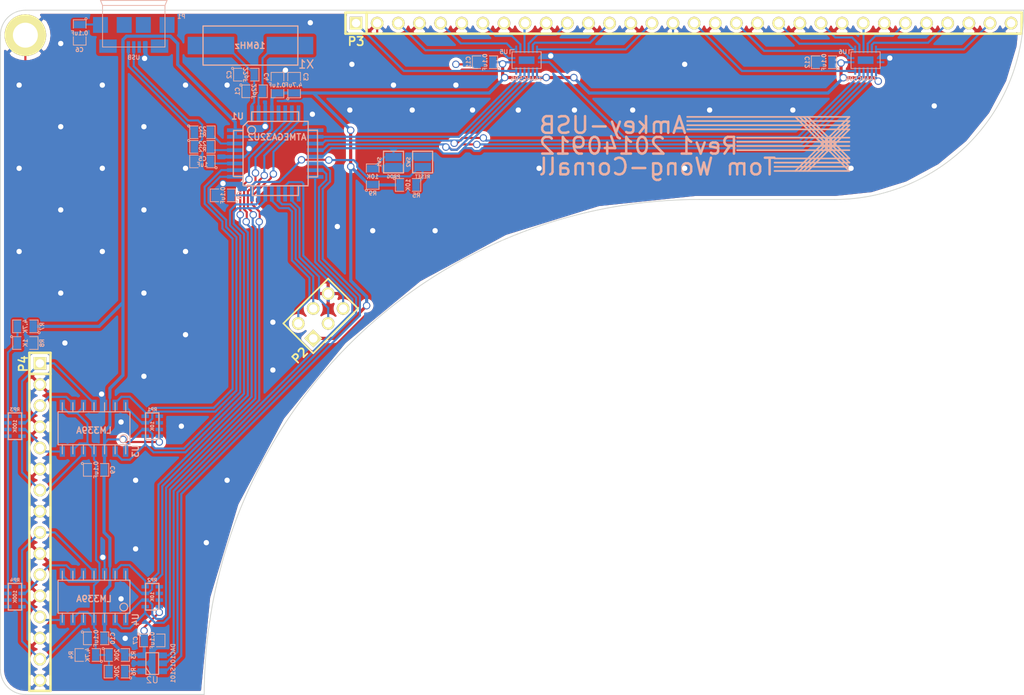
<source format=kicad_pcb>
(kicad_pcb (version 3) (host pcbnew "(2013-may-18)-stable")
  (layers (15 F.Cu signal) (0 B.Cu signal) (18 B.Paste user) (19 F.Paste user) (20 B.SilkS user) (21 F.SilkS user) (22 B.Mask user) (23 F.Mask user) (28 Edge.Cuts user))
  (net 0 "")
  (net 1 /SPI_MOSI)
  (net 2 /SPI_SCLK)
  (net 3 /SPI_SS)
  (net 4 /USB_D+)
  (net 5 /USB_D-)
  (net 6 /USB_SHIELD)
  (net 7 Col1)
  (net 8 Col10)
  (net 9 Col11)
  (net 10 Col12)
  (net 11 Col13)
  (net 12 Col14)
  (net 13 Col15)
  (net 14 Col16)
  (net 15 Col2)
  (net 16 Col3)
  (net 17 Col4)
  (net 18 Col5)
  (net 19 Col6)
  (net 20 Col7)
  (net 21 Col8)
  (net 22 Col9)
  (net 23 GND)
  (net 24 N-000001)
  (net 25 N-0000012)
  (net 26 N-0000013)
  (net 27 N-0000014)
  (net 28 N-0000018)
  (net 29 N-0000019)
  (net 30 N-000002)
  (net 31 N-0000020)
  (net 32 N-000003)
  (net 33 N-000004)
  (net 34 N-0000045)
  (net 35 N-000005)
  (net 36 N-0000058)
  (net 37 N-000009)
  (net 38 Row1)
  (net 39 Row2)
  (net 40 Row3)
  (net 41 Row4)
  (net 42 Row5)
  (net 43 Row6)
  (net 44 Row7)
  (net 45 Row8)
  (net 46 RowOP1)
  (net 47 RowOP2)
  (net 48 RowOP3)
  (net 49 RowOP4)
  (net 50 RowOP5)
  (net 51 RowOP6)
  (net 52 RowOP7)
  (net 53 RowOP8)
  (net 54 SR_DS)
  (net 55 SR_OE)
  (net 56 SR_SHCP)
  (net 57 SR_STCP)
  (net 58 VCC)
  (module TQFP32 (layer B.Cu) (at 178.305 105.745 270)
    (fp_text reference U1 (at -4.495 4.555 360) (layer B.SilkS) (effects (font (size 0.75 0.75)) (justify mirror)))
    (fp_text value ATMEGA32U2 (at -1.995 -0.195 360) (layer B.SilkS) (effects (font (size 0.75 0.75)) (justify mirror)))
    (pad 8 smd rect (at -4.81584 -2.77622 270) (size 1.99898 0.44958) (layers B.Cu B.Paste B.Mask) (net 52 RowOP7))
    (pad 7 smd rect (at -4.81584 -1.97612 270) (size 1.99898 0.44958) (layers B.Cu B.Paste B.Mask) (net 51 RowOP6))
    (pad 6 smd rect (at -4.81584 -1.17602 270) (size 1.99898 0.44958) (layers B.Cu B.Paste B.Mask) (net 50 RowOP5))
    (pad 5 smd rect (at -4.81584 -0.37592 270) (size 1.99898 0.44958) (layers B.Cu B.Paste B.Mask))
    (pad 4 smd rect (at -4.81584 0.42418 270) (size 1.99898 0.44958) (layers B.Cu B.Paste B.Mask) (net 58 VCC))
    (pad 3 smd rect (at -4.81584 1.22428 270) (size 1.99898 0.44958) (layers B.Cu B.Paste B.Mask) (net 23 GND))
    (pad 2 smd rect (at -4.81584 2.02438 270) (size 1.99898 0.44958) (layers B.Cu B.Paste B.Mask) (net 36 N-0000058))
    (pad 1 smd rect (at -4.81584 2.82448 270) (size 1.99898 0.44958) (layers B.Cu B.Paste B.Mask) (net 33 N-000004))
    (pad 24 smd rect (at 4.7498 2.8194 270) (size 1.99898 0.44958) (layers B.Cu B.Paste B.Mask) (net 37 N-000009))
    (pad 17 smd rect (at 4.7498 -2.794 270) (size 1.99898 0.44958) (layers B.Cu B.Paste B.Mask))
    (pad 18 smd rect (at 4.7498 -1.9812 270) (size 1.99898 0.44958) (layers B.Cu B.Paste B.Mask) (net 27 N-0000014))
    (pad 19 smd rect (at 4.7498 -1.1684 270) (size 1.99898 0.44958) (layers B.Cu B.Paste B.Mask) (net 26 N-0000013))
    (pad 20 smd rect (at 4.7498 -0.381 270) (size 1.99898 0.44958) (layers B.Cu B.Paste B.Mask) (net 25 N-0000012))
    (pad 21 smd rect (at 4.7498 0.4318 270) (size 1.99898 0.44958) (layers B.Cu B.Paste B.Mask) (net 28 N-0000018))
    (pad 22 smd rect (at 4.7498 1.2192 270) (size 1.99898 0.44958) (layers B.Cu B.Paste B.Mask) (net 49 RowOP4))
    (pad 23 smd rect (at 4.7498 2.032 270) (size 1.99898 0.44958) (layers B.Cu B.Paste B.Mask) (net 48 RowOP3))
    (pad 32 smd rect (at -2.82448 4.826 270) (size 0.44958 1.99898) (layers B.Cu B.Paste B.Mask) (net 58 VCC))
    (pad 31 smd rect (at -2.02692 4.826 270) (size 0.44958 1.99898) (layers B.Cu B.Paste B.Mask) (net 58 VCC))
    (pad 30 smd rect (at -1.22428 4.826 270) (size 0.44958 1.99898) (layers B.Cu B.Paste B.Mask) (net 30 N-000002))
    (pad 29 smd rect (at -0.42672 4.826 270) (size 0.44958 1.99898) (layers B.Cu B.Paste B.Mask) (net 24 N-000001))
    (pad 28 smd rect (at 0.37592 4.826 270) (size 0.44958 1.99898) (layers B.Cu B.Paste B.Mask) (net 23 GND))
    (pad 27 smd rect (at 1.17348 4.826 270) (size 0.44958 1.99898) (layers B.Cu B.Paste B.Mask) (net 32 N-000003))
    (pad 26 smd rect (at 1.97612 4.826 270) (size 0.44958 1.99898) (layers B.Cu B.Paste B.Mask) (net 46 RowOP1))
    (pad 25 smd rect (at 2.77368 4.826 270) (size 0.44958 1.99898) (layers B.Cu B.Paste B.Mask) (net 47 RowOP2))
    (pad 9 smd rect (at -2.8194 -4.7752 270) (size 0.44958 1.99898) (layers B.Cu B.Paste B.Mask) (net 53 RowOP8))
    (pad 10 smd rect (at -2.032 -4.7752 270) (size 0.44958 1.99898) (layers B.Cu B.Paste B.Mask) (net 54 SR_DS))
    (pad 11 smd rect (at -1.2192 -4.7752 270) (size 0.44958 1.99898) (layers B.Cu B.Paste B.Mask) (net 55 SR_OE))
    (pad 12 smd rect (at -0.4318 -4.7752 270) (size 0.44958 1.99898) (layers B.Cu B.Paste B.Mask) (net 57 SR_STCP))
    (pad 13 smd rect (at 0.3556 -4.7752 270) (size 0.44958 1.99898) (layers B.Cu B.Paste B.Mask) (net 56 SR_SHCP))
    (pad 14 smd rect (at 1.1684 -4.7752 270) (size 0.44958 1.99898) (layers B.Cu B.Paste B.Mask) (net 3 /SPI_SS))
    (pad 15 smd rect (at 1.9812 -4.7752 270) (size 0.44958 1.99898) (layers B.Cu B.Paste B.Mask) (net 2 /SPI_SCLK))
    (pad 16 smd rect (at 2.794 -4.7752 270) (size 0.44958 1.99898) (layers B.Cu B.Paste B.Mask) (net 1 /SPI_MOSI))
  )
  (module SOT23_6 (layer B.Cu) (at 163.5 167 90)
    (fp_text reference U2 (at -2 0 180) (layer B.SilkS) (effects (font (size 0.762 0.762) (thickness 0.1)) (justify mirror)))
    (fp_text value DAC101S101 (at 0 2.5 90) (layer B.SilkS) (effects (font (size 0.5 0.5) (thickness 0.1)) (justify mirror)))
    (pad 6 smd rect (at -0.9525 1.27 90) (size 0.70104 1.00076) (layers B.Cu B.Paste B.Mask) (net 3 /SPI_SS))
    (pad 5 smd rect (at 0 1.27 90) (size 0.70104 1.00076) (layers B.Cu B.Paste B.Mask) (net 2 /SPI_SCLK))
    (pad 4 smd rect (at 0.9525 1.27 90) (size 0.70104 1.00076) (layers B.Cu B.Paste B.Mask) (net 1 /SPI_MOSI))
    (pad 3 smd rect (at 0.9525 -1.27 90) (size 0.70104 1.00076) (layers B.Cu B.Paste B.Mask) (net 58 VCC))
    (pad 2 smd rect (at 0 -1.27 90) (size 0.70104 1.00076) (layers B.Cu B.Paste B.Mask) (net 23 GND))
    (pad 1 smd rect (at -0.9525 -1.27 90) (size 0.70104 1.00076) (layers B.Cu B.Paste B.Mask) (net 31 N-0000020))
  )
  (module so-14 (layer B.Cu) (at 156.5 138.75 180)
    (fp_text reference U3 (at -5 -2.75 270) (layer B.SilkS) (effects (font (size 0.7493 0.7493) (thickness 0.14986)) (justify mirror)))
    (fp_text value LM339A (at 0 -0.25 180) (layer B.SilkS) (effects (font (size 0.7493 0.7493) (thickness 0.14986)) (justify mirror)))
    (pad 1 smd rect (at -3.81 -2.794 180) (size 0.635 1.27) (layers B.Cu B.Paste B.Mask) (net 48 RowOP3))
    (pad 2 smd rect (at -2.54 -2.794 180) (size 0.635 1.27) (layers B.Cu B.Paste B.Mask) (net 49 RowOP4))
    (pad 3 smd rect (at -1.27 -2.794 180) (size 0.635 1.27) (layers B.Cu B.Paste B.Mask) (net 58 VCC))
    (pad 4 smd rect (at 0 -2.794 180) (size 0.635 1.27) (layers B.Cu B.Paste B.Mask) (net 35 N-000005))
    (pad 5 smd rect (at 1.27 -2.794 180) (size 0.635 1.27) (layers B.Cu B.Paste B.Mask) (net 41 Row4))
    (pad 6 smd rect (at 2.54 -2.794 180) (size 0.635 1.27) (layers B.Cu B.Paste B.Mask) (net 35 N-000005))
    (pad 7 smd rect (at 3.81 -2.794 180) (size 0.635 1.27) (layers B.Cu B.Paste B.Mask) (net 40 Row3))
    (pad 8 smd rect (at 3.81 2.794 180) (size 0.635 1.27) (layers B.Cu B.Paste B.Mask) (net 35 N-000005))
    (pad 9 smd rect (at 2.54 2.794 180) (size 0.635 1.27) (layers B.Cu B.Paste B.Mask) (net 39 Row2))
    (pad 10 smd rect (at 1.27 2.794 180) (size 0.635 1.27) (layers B.Cu B.Paste B.Mask) (net 35 N-000005))
    (pad 11 smd rect (at 0 2.794 180) (size 0.635 1.27) (layers B.Cu B.Paste B.Mask) (net 38 Row1))
    (pad 12 smd rect (at -1.27 2.794 180) (size 0.635 1.27) (layers B.Cu B.Paste B.Mask) (net 23 GND))
    (pad 13 smd rect (at -2.54 2.794 180) (size 0.635 1.27) (layers B.Cu B.Paste B.Mask) (net 46 RowOP1))
    (pad 14 smd rect (at -3.81 2.794 180) (size 0.635 1.27) (layers B.Cu B.Paste B.Mask) (net 47 RowOP2))
  )
  (module so-14 (layer B.Cu) (at 156.5 159 180)
    (fp_text reference U4 (at -5 -2.75 270) (layer B.SilkS) (effects (font (size 0.7493 0.7493) (thickness 0.14986)) (justify mirror)))
    (fp_text value LM339A (at 0 -0.25 180) (layer B.SilkS) (effects (font (size 0.7493 0.7493) (thickness 0.14986)) (justify mirror)))
    (pad 1 smd rect (at -3.81 -2.794 180) (size 0.635 1.27) (layers B.Cu B.Paste B.Mask) (net 52 RowOP7))
    (pad 2 smd rect (at -2.54 -2.794 180) (size 0.635 1.27) (layers B.Cu B.Paste B.Mask) (net 53 RowOP8))
    (pad 3 smd rect (at -1.27 -2.794 180) (size 0.635 1.27) (layers B.Cu B.Paste B.Mask) (net 58 VCC))
    (pad 4 smd rect (at 0 -2.794 180) (size 0.635 1.27) (layers B.Cu B.Paste B.Mask) (net 35 N-000005))
    (pad 5 smd rect (at 1.27 -2.794 180) (size 0.635 1.27) (layers B.Cu B.Paste B.Mask) (net 45 Row8))
    (pad 6 smd rect (at 2.54 -2.794 180) (size 0.635 1.27) (layers B.Cu B.Paste B.Mask) (net 35 N-000005))
    (pad 7 smd rect (at 3.81 -2.794 180) (size 0.635 1.27) (layers B.Cu B.Paste B.Mask) (net 44 Row7))
    (pad 8 smd rect (at 3.81 2.794 180) (size 0.635 1.27) (layers B.Cu B.Paste B.Mask) (net 35 N-000005))
    (pad 9 smd rect (at 2.54 2.794 180) (size 0.635 1.27) (layers B.Cu B.Paste B.Mask) (net 43 Row6))
    (pad 10 smd rect (at 1.27 2.794 180) (size 0.635 1.27) (layers B.Cu B.Paste B.Mask) (net 35 N-000005))
    (pad 11 smd rect (at 0 2.794 180) (size 0.635 1.27) (layers B.Cu B.Paste B.Mask) (net 42 Row5))
    (pad 12 smd rect (at -1.27 2.794 180) (size 0.635 1.27) (layers B.Cu B.Paste B.Mask) (net 23 GND))
    (pad 13 smd rect (at -2.54 2.794 180) (size 0.635 1.27) (layers B.Cu B.Paste B.Mask) (net 50 RowOP5))
    (pad 14 smd rect (at -3.81 2.794 180) (size 0.635 1.27) (layers B.Cu B.Paste B.Mask) (net 51 RowOP6))
  )
  (module SM0805 (layer B.Cu) (at 244.25 94.75 180)
    (fp_text reference C12 (at 2 0 270) (layer B.SilkS) (effects (font (size 0.50038 0.50038) (thickness 0.10922)) (justify mirror)))
    (fp_text value 0.1uF (at 0 0 270) (layer B.SilkS) (effects (font (size 0.50038 0.50038) (thickness 0.10922)) (justify mirror)))
    (pad 1 smd rect (at -0.9525 0 180) (size 0.889 1.397) (layers B.Cu B.Paste B.Mask) (net 58 VCC))
    (pad 2 smd rect (at 0.9525 0 180) (size 0.889 1.397) (layers B.Cu B.Paste B.Mask) (net 23 GND))
  )
  (module SM0805 (layer B.Cu) (at 159.25 168 180)
    (fp_text reference R6 (at -2 0 270) (layer B.SilkS) (effects (font (size 0.50038 0.50038) (thickness 0.10922)) (justify mirror)))
    (fp_text value 20K (at 0 0 270) (layer B.SilkS) (effects (font (size 0.50038 0.50038) (thickness 0.10922)) (justify mirror)))
    (pad 1 smd rect (at -0.9525 0 180) (size 0.889 1.397) (layers B.Cu B.Paste B.Mask) (net 31 N-0000020))
    (pad 2 smd rect (at 0.9525 0 180) (size 0.889 1.397) (layers B.Cu B.Paste B.Mask) (net 35 N-000005))
  )
  (module SM0805 (layer B.Cu) (at 159.25 166)
    (fp_text reference R3 (at 2 0 90) (layer B.SilkS) (effects (font (size 0.50038 0.50038) (thickness 0.10922)) (justify mirror)))
    (fp_text value 20K (at 0 0 90) (layer B.SilkS) (effects (font (size 0.50038 0.50038) (thickness 0.10922)) (justify mirror)))
    (pad 1 smd rect (at -0.9525 0) (size 0.889 1.397) (layers B.Cu B.Paste B.Mask) (net 35 N-000005))
    (pad 2 smd rect (at 0.9525 0) (size 0.889 1.397) (layers B.Cu B.Paste B.Mask) (net 58 VCC))
  )
  (module SM0805 (layer B.Cu) (at 155.75 166 180)
    (fp_text reference R4 (at 2 0 270) (layer B.SilkS) (effects (font (size 0.50038 0.50038) (thickness 0.10922)) (justify mirror)))
    (fp_text value 4.7K (at 0 0 270) (layer B.SilkS) (effects (font (size 0.50038 0.50038) (thickness 0.10922)) (justify mirror)))
    (pad 1 smd rect (at -0.9525 0 180) (size 0.889 1.397) (layers B.Cu B.Paste B.Mask) (net 35 N-000005))
    (pad 2 smd rect (at 0.9525 0 180) (size 0.889 1.397) (layers B.Cu B.Paste B.Mask) (net 23 GND))
  )
  (module SM0805 (layer B.Cu) (at 190 108.5 90)
    (fp_text reference R9 (at -2 0 180) (layer B.SilkS) (effects (font (size 0.50038 0.50038) (thickness 0.10922)) (justify mirror)))
    (fp_text value 10K (at 0 0 180) (layer B.SilkS) (effects (font (size 0.50038 0.50038) (thickness 0.10922)) (justify mirror)))
    (pad 1 smd rect (at -0.9525 0 90) (size 0.889 1.397) (layers B.Cu B.Paste B.Mask) (net 58 VCC))
    (pad 2 smd rect (at 0.9525 0 90) (size 0.889 1.397) (layers B.Cu B.Paste B.Mask) (net 56 SR_SHCP))
  )
  (module SM0805 (layer B.Cu) (at 203.5 94.75 180)
    (fp_text reference C11 (at 2 0 270) (layer B.SilkS) (effects (font (size 0.50038 0.50038) (thickness 0.10922)) (justify mirror)))
    (fp_text value 0.1uF (at 0 0 270) (layer B.SilkS) (effects (font (size 0.50038 0.50038) (thickness 0.10922)) (justify mirror)))
    (pad 1 smd rect (at -0.9525 0 180) (size 0.889 1.397) (layers B.Cu B.Paste B.Mask) (net 58 VCC))
    (pad 2 smd rect (at 0.9525 0 180) (size 0.889 1.397) (layers B.Cu B.Paste B.Mask) (net 23 GND))
  )
  (module SM0805 (layer B.Cu) (at 163.5 164.25)
    (fp_text reference C7 (at -2 0 90) (layer B.SilkS) (effects (font (size 0.50038 0.50038) (thickness 0.10922)) (justify mirror)))
    (fp_text value 0.1uF (at 0 0 90) (layer B.SilkS) (effects (font (size 0.50038 0.50038) (thickness 0.10922)) (justify mirror)))
    (pad 1 smd rect (at -0.9525 0) (size 0.889 1.397) (layers B.Cu B.Paste B.Mask) (net 58 VCC))
    (pad 2 smd rect (at 0.9525 0) (size 0.889 1.397) (layers B.Cu B.Paste B.Mask) (net 23 GND))
  )
  (module SM0805 (layer B.Cu) (at 156.75 164)
    (fp_text reference C10 (at 2 0 90) (layer B.SilkS) (effects (font (size 0.50038 0.50038) (thickness 0.10922)) (justify mirror)))
    (fp_text value 0.1uF (at 0 0 90) (layer B.SilkS) (effects (font (size 0.50038 0.50038) (thickness 0.10922)) (justify mirror)))
    (pad 1 smd rect (at -0.9525 0) (size 0.889 1.397) (layers B.Cu B.Paste B.Mask) (net 23 GND))
    (pad 2 smd rect (at 0.9525 0) (size 0.889 1.397) (layers B.Cu B.Paste B.Mask) (net 58 VCC))
  )
  (module SM0805 (layer B.Cu) (at 156.75 143.75)
    (fp_text reference C9 (at 2 0 90) (layer B.SilkS) (effects (font (size 0.50038 0.50038) (thickness 0.10922)) (justify mirror)))
    (fp_text value 0.1uF (at 0 0 90) (layer B.SilkS) (effects (font (size 0.50038 0.50038) (thickness 0.10922)) (justify mirror)))
    (pad 1 smd rect (at -0.9525 0) (size 0.889 1.397) (layers B.Cu B.Paste B.Mask) (net 23 GND))
    (pad 2 smd rect (at 0.9525 0) (size 0.889 1.397) (layers B.Cu B.Paste B.Mask) (net 58 VCC))
  )
  (module SM0805 (layer B.Cu) (at 174.805 96.245)
    (fp_text reference C2 (at -2.055 0.005 90) (layer B.SilkS) (effects (font (size 0.50038 0.50038) (thickness 0.10922)) (justify mirror)))
    (fp_text value 22pF (at -0.055 0.005 90) (layer B.SilkS) (effects (font (size 0.50038 0.50038) (thickness 0.10922)) (justify mirror)))
    (pad 1 smd rect (at -0.9525 0) (size 0.889 1.397) (layers B.Cu B.Paste B.Mask) (net 23 GND))
    (pad 2 smd rect (at 0.9525 0) (size 0.889 1.397) (layers B.Cu B.Paste B.Mask) (net 33 N-000004))
  )
  (module SM0805 (layer B.Cu) (at 175.805 98.245)
    (fp_text reference C1 (at -2.055 0.005 90) (layer B.SilkS) (effects (font (size 0.50038 0.50038) (thickness 0.10922)) (justify mirror)))
    (fp_text value 22pF (at -0.055 0.005 90) (layer B.SilkS) (effects (font (size 0.50038 0.50038) (thickness 0.10922)) (justify mirror)))
    (pad 1 smd rect (at -0.9525 0) (size 0.889 1.397) (layers B.Cu B.Paste B.Mask) (net 23 GND))
    (pad 2 smd rect (at 0.9525 0) (size 0.889 1.397) (layers B.Cu B.Paste B.Mask) (net 36 N-0000058))
  )
  (module SM0805 (layer B.Cu) (at 148.25 128.5)
    (fp_text reference R8 (at 2 0 90) (layer B.SilkS) (effects (font (size 0.50038 0.50038) (thickness 0.10922)) (justify mirror)))
    (fp_text value 1K (at 0 0 90) (layer B.SilkS) (effects (font (size 0.50038 0.50038) (thickness 0.10922)) (justify mirror)))
    (pad 1 smd rect (at -0.9525 0) (size 0.889 1.397) (layers B.Cu B.Paste B.Mask) (net 34 N-0000045))
    (pad 2 smd rect (at 0.9525 0) (size 0.889 1.397) (layers B.Cu B.Paste B.Mask) (net 23 GND))
  )
  (module SM0805 (layer B.Cu) (at 148.25 126.5 180)
    (fp_text reference R7 (at -2 0 270) (layer B.SilkS) (effects (font (size 0.50038 0.50038) (thickness 0.10922)) (justify mirror)))
    (fp_text value 4.7K (at 0 0 270) (layer B.SilkS) (effects (font (size 0.50038 0.50038) (thickness 0.10922)) (justify mirror)))
    (pad 1 smd rect (at -0.9525 0 180) (size 0.889 1.397) (layers B.Cu B.Paste B.Mask) (net 58 VCC))
    (pad 2 smd rect (at 0.9525 0 180) (size 0.889 1.397) (layers B.Cu B.Paste B.Mask) (net 34 N-0000045))
  )
  (module SM0805 (layer B.Cu) (at 178.555 97.495 270)
    (fp_text reference C4 (at -0.995 1.305 270) (layer B.SilkS) (effects (font (size 0.50038 0.50038) (thickness 0.10922)) (justify mirror)))
    (fp_text value 0.1uF (at 0.005 0.055 360) (layer B.SilkS) (effects (font (size 0.50038 0.50038) (thickness 0.10922)) (justify mirror)))
    (pad 1 smd rect (at -0.9525 0 270) (size 0.889 1.397) (layers B.Cu B.Paste B.Mask) (net 23 GND))
    (pad 2 smd rect (at 0.9525 0 270) (size 0.889 1.397) (layers B.Cu B.Paste B.Mask) (net 58 VCC))
  )
  (module SM0805 (layer B.Cu) (at 180.555 97.495 90)
    (fp_text reference C3 (at 0.995 1.445 90) (layer B.SilkS) (effects (font (size 0.50038 0.50038) (thickness 0.10922)) (justify mirror)))
    (fp_text value 4.7uF (at -0.005 -0.055 180) (layer B.SilkS) (effects (font (size 0.50038 0.50038) (thickness 0.10922)) (justify mirror)))
    (pad 1 smd rect (at -0.9525 0 90) (size 0.889 1.397) (layers B.Cu B.Paste B.Mask) (net 58 VCC))
    (pad 2 smd rect (at 0.9525 0 90) (size 0.889 1.397) (layers B.Cu B.Paste B.Mask) (net 23 GND))
  )
  (module SM0805 (layer B.Cu) (at 169.53 104.92)
    (fp_text reference R2 (at 0 0.3175) (layer B.SilkS) (effects (font (size 0.50038 0.50038) (thickness 0.10922)) (justify mirror)))
    (fp_text value 22 (at 0 -0.381) (layer B.SilkS) (effects (font (size 0.50038 0.50038) (thickness 0.10922)) (justify mirror)))
    (pad 1 smd rect (at -0.9525 0) (size 0.889 1.397) (layers B.Cu B.Paste B.Mask) (net 4 /USB_D+))
    (pad 2 smd rect (at 0.9525 0) (size 0.889 1.397) (layers B.Cu B.Paste B.Mask) (net 24 N-000001))
  )
  (module SM0805 (layer B.Cu) (at 169.53 103.17)
    (fp_text reference R1 (at 0 0.3175) (layer B.SilkS) (effects (font (size 0.50038 0.50038) (thickness 0.10922)) (justify mirror)))
    (fp_text value 22 (at 0 -0.381) (layer B.SilkS) (effects (font (size 0.50038 0.50038) (thickness 0.10922)) (justify mirror)))
    (pad 1 smd rect (at -0.9525 0) (size 0.889 1.397) (layers B.Cu B.Paste B.Mask) (net 5 /USB_D-))
    (pad 2 smd rect (at 0.9525 0) (size 0.889 1.397) (layers B.Cu B.Paste B.Mask) (net 30 N-000002))
  )
  (module SM0805 (layer B.Cu) (at 154.78 91.17 270)
    (fp_text reference C6 (at 2.08 0.03 360) (layer B.SilkS) (effects (font (size 0.50038 0.50038) (thickness 0.10922)) (justify mirror)))
    (fp_text value 0.1uF (at 0.08 0.03 360) (layer B.SilkS) (effects (font (size 0.50038 0.50038) (thickness 0.10922)) (justify mirror)))
    (pad 1 smd rect (at -0.9525 0 270) (size 0.889 1.397) (layers B.Cu B.Paste B.Mask) (net 6 /USB_SHIELD))
    (pad 2 smd rect (at 0.9525 0 270) (size 0.889 1.397) (layers B.Cu B.Paste B.Mask) (net 23 GND))
  )
  (module SM0805 (layer B.Cu) (at 172 110.75 180)
    (fp_text reference C8 (at -2 0 270) (layer B.SilkS) (effects (font (size 0.50038 0.50038) (thickness 0.10922)) (justify mirror)))
    (fp_text value 0.1uF (at 0 0 270) (layer B.SilkS) (effects (font (size 0.50038 0.50038) (thickness 0.10922)) (justify mirror)))
    (pad 1 smd rect (at -0.9525 0 180) (size 0.889 1.397) (layers B.Cu B.Paste B.Mask) (net 37 N-000009))
    (pad 2 smd rect (at 0.9525 0 180) (size 0.889 1.397) (layers B.Cu B.Paste B.Mask) (net 23 GND))
  )
  (module SM0805 (layer B.Cu) (at 194.25 109.5)
    (fp_text reference R5 (at 1 1.25) (layer B.SilkS) (effects (font (size 0.50038 0.50038) (thickness 0.10922)) (justify mirror)))
    (fp_text value 10K (at 0 0 90) (layer B.SilkS) (effects (font (size 0.50038 0.50038) (thickness 0.10922)) (justify mirror)))
    (pad 1 smd rect (at -0.9525 0) (size 0.889 1.397) (layers B.Cu B.Paste B.Mask) (net 58 VCC))
    (pad 2 smd rect (at 0.9525 0) (size 0.889 1.397) (layers B.Cu B.Paste B.Mask) (net 37 N-000009))
  )
  (module SM0805 (layer B.Cu) (at 169.53 106.67 180)
    (fp_text reference C5 (at 0 0.3175 180) (layer B.SilkS) (effects (font (size 0.50038 0.50038) (thickness 0.10922)) (justify mirror)))
    (fp_text value 1uF (at 0 -0.381 180) (layer B.SilkS) (effects (font (size 0.50038 0.50038) (thickness 0.10922)) (justify mirror)))
    (pad 1 smd rect (at -0.9525 0 180) (size 0.889 1.397) (layers B.Cu B.Paste B.Mask) (net 32 N-000003))
    (pad 2 smd rect (at 0.9525 0 180) (size 0.889 1.397) (layers B.Cu B.Paste B.Mask) (net 23 GND))
  )
  (module pin_array_3x2 (layer F.Cu) (at 183.75 125.25 45)
    (fp_text reference P2 (at -5.126524 1.59099 45) (layer F.SilkS) (effects (font (size 1.016 1.016) (thickness 0.2032))))
    (fp_text value CONN_3X2 hide)
    (pad 1 thru_hole rect (at -2.54 1.27 45) (size 1.524 1.524) (drill 1.016) (layers *.Cu *.Mask F.SilkS) (net 58 VCC))
    (pad 2 thru_hole circle (at -2.54 -1.27 45) (size 1.524 1.524) (drill 1.016) (layers *.Cu *.Mask F.SilkS) (net 28 N-0000018))
    (pad 3 thru_hole circle (at 0 1.27 45) (size 1.524 1.524) (drill 1.016) (layers *.Cu *.Mask F.SilkS) (net 27 N-0000014))
    (pad 4 thru_hole circle (at 0 -1.27 45) (size 1.524 1.524) (drill 1.016) (layers *.Cu *.Mask F.SilkS) (net 25 N-0000012))
    (pad 5 thru_hole circle (at 2.54 1.27 45) (size 1.524 1.524) (drill 1.016) (layers *.Cu *.Mask F.SilkS) (net 26 N-0000013))
    (pad 6 thru_hole circle (at 2.54 -1.27 45) (size 1.524 1.524) (drill 1.016) (layers *.Cu *.Mask F.SilkS) (net 23 GND))
  )
  (module USB-Micro-B-SMT (layer B.Cu) (at 161.28 92.92)
    (fp_text reference P1 (at 5.72 -3.67) (layer B.SilkS) (effects (font (size 0.5 0.5) (thickness 0.1)) (justify mirror)))
    (fp_text value USB (at 0 1.25) (layer B.SilkS) (effects (font (size 0.5 0.5) (thickness 0.1)) (justify mirror)))
    (pad 1 smd rect (at -1.3 0) (size 0.4 1.4) (layers B.Cu B.Paste B.Mask) (net 58 VCC))
    (pad 2 smd rect (at -0.65 0) (size 0.4 1.4) (layers B.Cu B.Paste B.Mask) (net 5 /USB_D-))
    (pad 3 smd rect (at 0 0) (size 0.4 1.4) (layers B.Cu B.Paste B.Mask) (net 4 /USB_D+))
    (pad 4 smd rect (at 0.65 0) (size 0.4 1.4) (layers B.Cu B.Paste B.Mask))
    (pad 5 smd rect (at 1.3 0) (size 0.4 1.4) (layers B.Cu B.Paste B.Mask) (net 23 GND))
    (pad 11 smd rect (at -1.15 -2.65) (size 1.8 1.9) (layers B.Cu B.Paste B.Mask))
    (pad 10 smd rect (at 1.15 -2.65) (size 1.8 1.9) (layers B.Cu B.Paste B.Mask))
    (pad 6 smd rect (at -4 -2.65) (size 1.8 1.9) (layers B.Cu B.Paste B.Mask) (net 6 /USB_SHIELD))
    (pad 9 smd rect (at 4 -2.65) (size 1.8 1.9) (layers B.Cu B.Paste B.Mask))
    (pad 7 smd rect (at -3.1 -0.1) (size 2.1 1.6) (layers B.Cu B.Paste B.Mask))
    (pad 8 smd rect (at 3.1 -0.1) (size 2.1 1.6) (layers B.Cu B.Paste B.Mask))
  )
  (module HC49US (layer B.Cu) (at 175.305 92.745 180)
    (fp_text reference X1 (at -6.695 -2.255 180) (layer B.SilkS) (effects (justify mirror)))
    (fp_text value 16MHz (at 0.055 -0.005 180) (layer B.SilkS) (effects (font (size 0.75 0.75)) (justify mirror)))
    (pad 1 smd rect (at -4.75 0 180) (size 5.6 2.1) (layers B.Cu B.Paste B.Mask) (net 36 N-0000058))
    (pad 2 smd rect (at 4.75 0 180) (size 5.6 2.1) (layers B.Cu B.Paste B.Mask) (net 33 N-000004))
  )
  (module DHVQFN16 (layer B.Cu) (at 249.25 94.5)
    (fp_text reference U6 (at -2.75 -1) (layer B.SilkS) (effects (font (size 0.5 0.5) (thickness 0.1)) (justify mirror)))
    (fp_text value 74AHC595 (at -0.5 2.25) (layer B.SilkS) (effects (font (size 0.5 0.5) (thickness 0.1)) (justify mirror)))
    (pad "" smd rect (at 0 0) (size 1.9 0.9) (layers B.Cu B.Paste B.Mask))
    (pad 1 smd rect (at -1.8 -0.25 270) (size 0.24 0.9) (layers B.Cu B.Paste B.Mask) (net 8 Col10) (clearance 0.125))
    (pad 2 smd rect (at -1.25 -1.3) (size 0.24 0.9) (layers B.Cu B.Paste B.Mask) (net 9 Col11) (clearance 0.125))
    (pad 3 smd rect (at -0.75 -1.3) (size 0.24 0.9) (layers B.Cu B.Paste B.Mask) (net 10 Col12) (clearance 0.125))
    (pad 4 smd rect (at -0.25 -1.3) (size 0.24 0.9) (layers B.Cu B.Paste B.Mask) (net 11 Col13) (clearance 0.125))
    (pad 5 smd rect (at 0.25 -1.3) (size 0.24 0.9) (layers B.Cu B.Paste B.Mask) (net 12 Col14) (clearance 0.125))
    (pad 6 smd rect (at 0.75 -1.3) (size 0.24 0.9) (layers B.Cu B.Paste B.Mask) (net 13 Col15) (clearance 0.125))
    (pad 7 smd rect (at 1.25 -1.3) (size 0.24 0.9) (layers B.Cu B.Paste B.Mask) (net 14 Col16) (clearance 0.125))
    (pad 8 smd rect (at 1.8 -0.25 90) (size 0.24 0.9) (layers B.Cu B.Paste B.Mask) (net 23 GND) (clearance 0.125))
    (pad 9 smd rect (at 1.8 0.25 90) (size 0.24 0.9) (layers B.Cu B.Paste B.Mask) (clearance 0.125))
    (pad 10 smd rect (at 1.25 1.3) (size 0.24 0.9) (layers B.Cu B.Paste B.Mask) (net 58 VCC) (clearance 0.125))
    (pad 11 smd rect (at 0.75 1.3) (size 0.24 0.9) (layers B.Cu B.Paste B.Mask) (net 56 SR_SHCP) (clearance 0.125))
    (pad 12 smd rect (at 0.25 1.3) (size 0.24 0.9) (layers B.Cu B.Paste B.Mask) (net 57 SR_STCP) (clearance 0.125))
    (pad 13 smd rect (at -0.25 1.3) (size 0.24 0.9) (layers B.Cu B.Paste B.Mask) (net 55 SR_OE) (clearance 0.125))
    (pad 14 smd rect (at -0.75 1.3) (size 0.24 0.9) (layers B.Cu B.Paste B.Mask) (net 29 N-0000019) (clearance 0.125))
    (pad 15 smd rect (at -1.25 1.3) (size 0.24 0.9) (layers B.Cu B.Paste B.Mask) (net 22 Col9) (clearance 0.125))
    (pad 16 smd rect (at -1.8 0.25 270) (size 0.24 0.9) (layers B.Cu B.Paste B.Mask) (net 58 VCC) (clearance 0.125))
  )
  (module DHVQFN16 (layer B.Cu) (at 208.5 94.5)
    (fp_text reference U5 (at -2.75 -1) (layer B.SilkS) (effects (font (size 0.5 0.5) (thickness 0.1)) (justify mirror)))
    (fp_text value 74AHC595 (at 0 2.25) (layer B.SilkS) (effects (font (size 0.5 0.5) (thickness 0.1)) (justify mirror)))
    (pad "" smd rect (at 0 0) (size 1.9 0.9) (layers B.Cu B.Paste B.Mask))
    (pad 1 smd rect (at -1.8 -0.25 270) (size 0.24 0.9) (layers B.Cu B.Paste B.Mask) (net 15 Col2) (clearance 0.125))
    (pad 2 smd rect (at -1.25 -1.3) (size 0.24 0.9) (layers B.Cu B.Paste B.Mask) (net 16 Col3) (clearance 0.125))
    (pad 3 smd rect (at -0.75 -1.3) (size 0.24 0.9) (layers B.Cu B.Paste B.Mask) (net 17 Col4) (clearance 0.125))
    (pad 4 smd rect (at -0.25 -1.3) (size 0.24 0.9) (layers B.Cu B.Paste B.Mask) (net 18 Col5) (clearance 0.125))
    (pad 5 smd rect (at 0.25 -1.3) (size 0.24 0.9) (layers B.Cu B.Paste B.Mask) (net 19 Col6) (clearance 0.125))
    (pad 6 smd rect (at 0.75 -1.3) (size 0.24 0.9) (layers B.Cu B.Paste B.Mask) (net 20 Col7) (clearance 0.125))
    (pad 7 smd rect (at 1.25 -1.3) (size 0.24 0.9) (layers B.Cu B.Paste B.Mask) (net 21 Col8) (clearance 0.125))
    (pad 8 smd rect (at 1.8 -0.25 90) (size 0.24 0.9) (layers B.Cu B.Paste B.Mask) (net 23 GND) (clearance 0.125))
    (pad 9 smd rect (at 1.8 0.25 90) (size 0.24 0.9) (layers B.Cu B.Paste B.Mask) (net 29 N-0000019) (clearance 0.125))
    (pad 10 smd rect (at 1.25 1.3) (size 0.24 0.9) (layers B.Cu B.Paste B.Mask) (net 58 VCC) (clearance 0.125))
    (pad 11 smd rect (at 0.75 1.3) (size 0.24 0.9) (layers B.Cu B.Paste B.Mask) (net 56 SR_SHCP) (clearance 0.125))
    (pad 12 smd rect (at 0.25 1.3) (size 0.24 0.9) (layers B.Cu B.Paste B.Mask) (net 57 SR_STCP) (clearance 0.125))
    (pad 13 smd rect (at -0.25 1.3) (size 0.24 0.9) (layers B.Cu B.Paste B.Mask) (net 55 SR_OE) (clearance 0.125))
    (pad 14 smd rect (at -0.75 1.3) (size 0.24 0.9) (layers B.Cu B.Paste B.Mask) (net 54 SR_DS) (clearance 0.125))
    (pad 15 smd rect (at -1.25 1.3) (size 0.24 0.9) (layers B.Cu B.Paste B.Mask) (net 7 Col1) (clearance 0.125))
    (pad 16 smd rect (at -1.8 0.25 270) (size 0.24 0.9) (layers B.Cu B.Paste B.Mask) (net 58 VCC) (clearance 0.125))
  )
  (module RPACK_1206 (layer B.Cu) (at 147 159 90)
    (fp_text reference RP4 (at 2 0 180) (layer B.SilkS) (effects (font (size 0.4 0.4) (thickness 0.1)) (justify mirror)))
    (fp_text value 100K (at 0 0 90) (layer B.SilkS) (effects (font (size 0.4 0.4) (thickness 0.1)) (justify mirror)))
    (pad 1 smd rect (at -1.2 -0.85 90) (size 0.425 0.9) (layers B.Cu B.Paste B.Mask) (net 34 N-0000045) (clearance 0.1))
    (pad 2 smd rect (at -0.4 -0.85 90) (size 0.425 0.9) (layers B.Cu B.Paste B.Mask) (net 34 N-0000045) (clearance 0.1))
    (pad 3 smd rect (at 0.4 -0.85 90) (size 0.425 0.9) (layers B.Cu B.Paste B.Mask) (net 34 N-0000045) (clearance 0.1))
    (pad 4 smd rect (at 1.2 -0.85 90) (size 0.425 0.9) (layers B.Cu B.Paste B.Mask) (net 34 N-0000045) (clearance 0.1))
    (pad 5 smd rect (at 1.2 0.85 90) (size 0.425 0.9) (layers B.Cu B.Paste B.Mask) (net 42 Row5) (clearance 0.1))
    (pad 6 smd rect (at 0.4 0.85 90) (size 0.425 0.9) (layers B.Cu B.Paste B.Mask) (net 43 Row6) (clearance 0.1))
    (pad 7 smd rect (at -0.4 0.85 90) (size 0.425 0.9) (layers B.Cu B.Paste B.Mask) (net 44 Row7) (clearance 0.1))
    (pad 8 smd rect (at -1.2 0.85 90) (size 0.425 0.9) (layers B.Cu B.Paste B.Mask) (net 45 Row8) (clearance 0.1))
  )
  (module RPACK_1206 (layer B.Cu) (at 163.5 159 90)
    (fp_text reference RP2 (at 2 0 180) (layer B.SilkS) (effects (font (size 0.4 0.4) (thickness 0.1)) (justify mirror)))
    (fp_text value 10K (at 0 0 90) (layer B.SilkS) (effects (font (size 0.4 0.4) (thickness 0.1)) (justify mirror)))
    (pad 1 smd rect (at -1.2 -0.85 90) (size 0.425 0.9) (layers B.Cu B.Paste B.Mask) (net 53 RowOP8) (clearance 0.1))
    (pad 2 smd rect (at -0.4 -0.85 90) (size 0.425 0.9) (layers B.Cu B.Paste B.Mask) (net 52 RowOP7) (clearance 0.1))
    (pad 3 smd rect (at 0.4 -0.85 90) (size 0.425 0.9) (layers B.Cu B.Paste B.Mask) (net 51 RowOP6) (clearance 0.1))
    (pad 4 smd rect (at 1.2 -0.85 90) (size 0.425 0.9) (layers B.Cu B.Paste B.Mask) (net 50 RowOP5) (clearance 0.1))
    (pad 5 smd rect (at 1.2 0.85 90) (size 0.425 0.9) (layers B.Cu B.Paste B.Mask) (net 58 VCC) (clearance 0.1))
    (pad 6 smd rect (at 0.4 0.85 90) (size 0.425 0.9) (layers B.Cu B.Paste B.Mask) (net 58 VCC) (clearance 0.1))
    (pad 7 smd rect (at -0.4 0.85 90) (size 0.425 0.9) (layers B.Cu B.Paste B.Mask) (net 58 VCC) (clearance 0.1))
    (pad 8 smd rect (at -1.2 0.85 90) (size 0.425 0.9) (layers B.Cu B.Paste B.Mask) (net 58 VCC) (clearance 0.1))
  )
  (module RPACK_1206 (layer B.Cu) (at 163.5 138.5 90)
    (fp_text reference RP1 (at 2 0 180) (layer B.SilkS) (effects (font (size 0.4 0.4) (thickness 0.1)) (justify mirror)))
    (fp_text value 10K (at 0 0 90) (layer B.SilkS) (effects (font (size 0.4 0.4) (thickness 0.1)) (justify mirror)))
    (pad 1 smd rect (at -1.2 -0.85 90) (size 0.425 0.9) (layers B.Cu B.Paste B.Mask) (net 49 RowOP4) (clearance 0.1))
    (pad 2 smd rect (at -0.4 -0.85 90) (size 0.425 0.9) (layers B.Cu B.Paste B.Mask) (net 48 RowOP3) (clearance 0.1))
    (pad 3 smd rect (at 0.4 -0.85 90) (size 0.425 0.9) (layers B.Cu B.Paste B.Mask) (net 47 RowOP2) (clearance 0.1))
    (pad 4 smd rect (at 1.2 -0.85 90) (size 0.425 0.9) (layers B.Cu B.Paste B.Mask) (net 46 RowOP1) (clearance 0.1))
    (pad 5 smd rect (at 1.2 0.85 90) (size 0.425 0.9) (layers B.Cu B.Paste B.Mask) (net 58 VCC) (clearance 0.1))
    (pad 6 smd rect (at 0.4 0.85 90) (size 0.425 0.9) (layers B.Cu B.Paste B.Mask) (net 58 VCC) (clearance 0.1))
    (pad 7 smd rect (at -0.4 0.85 90) (size 0.425 0.9) (layers B.Cu B.Paste B.Mask) (net 58 VCC) (clearance 0.1))
    (pad 8 smd rect (at -1.2 0.85 90) (size 0.425 0.9) (layers B.Cu B.Paste B.Mask) (net 58 VCC) (clearance 0.1))
  )
  (module RPACK_1206 (layer B.Cu) (at 147 138.5 90)
    (fp_text reference RP3 (at 2 0 180) (layer B.SilkS) (effects (font (size 0.4 0.4) (thickness 0.1)) (justify mirror)))
    (fp_text value 100K (at 0 0 90) (layer B.SilkS) (effects (font (size 0.4 0.4) (thickness 0.1)) (justify mirror)))
    (pad 1 smd rect (at -1.2 -0.85 90) (size 0.425 0.9) (layers B.Cu B.Paste B.Mask) (net 34 N-0000045) (clearance 0.1))
    (pad 2 smd rect (at -0.4 -0.85 90) (size 0.425 0.9) (layers B.Cu B.Paste B.Mask) (net 34 N-0000045) (clearance 0.1))
    (pad 3 smd rect (at 0.4 -0.85 90) (size 0.425 0.9) (layers B.Cu B.Paste B.Mask) (net 34 N-0000045) (clearance 0.1))
    (pad 4 smd rect (at 1.2 -0.85 90) (size 0.425 0.9) (layers B.Cu B.Paste B.Mask) (net 34 N-0000045) (clearance 0.1))
    (pad 5 smd rect (at 1.2 0.85 90) (size 0.425 0.9) (layers B.Cu B.Paste B.Mask) (net 38 Row1) (clearance 0.1))
    (pad 6 smd rect (at 0.4 0.85 90) (size 0.425 0.9) (layers B.Cu B.Paste B.Mask) (net 39 Row2) (clearance 0.1))
    (pad 7 smd rect (at -0.4 0.85 90) (size 0.425 0.9) (layers B.Cu B.Paste B.Mask) (net 40 Row3) (clearance 0.1))
    (pad 8 smd rect (at -1.2 0.85 90) (size 0.425 0.9) (layers B.Cu B.Paste B.Mask) (net 41 Row4) (clearance 0.1))
  )
  (module PIN_ARRAY-32X1 (layer F.Cu) (at 227.37 90.05)
    (fp_text reference P3 (at -39.37 2.2) (layer F.SilkS) (effects (font (size 1.016 1.016) (thickness 0.2032))))
    (fp_text value Columns hide)
    (pad 1 thru_hole rect (at -39.37 0) (size 1.524 1.524) (drill 1.016) (layers *.Cu *.Mask F.SilkS) (net 7 Col1))
    (pad 2 thru_hole circle (at -36.83 0) (size 1.524 1.524) (drill 1.016) (layers *.Cu *.Mask F.SilkS) (net 23 GND))
    (pad 3 thru_hole circle (at -34.29 0) (size 1.524 1.524) (drill 1.016) (layers *.Cu *.Mask F.SilkS) (net 15 Col2))
    (pad 4 thru_hole circle (at -31.75 0) (size 1.524 1.524) (drill 1.016) (layers *.Cu *.Mask F.SilkS) (net 23 GND))
    (pad 5 thru_hole circle (at -29.21 0) (size 1.524 1.524) (drill 1.016) (layers *.Cu *.Mask F.SilkS) (net 16 Col3))
    (pad 6 thru_hole circle (at -26.67 0) (size 1.524 1.524) (drill 1.016) (layers *.Cu *.Mask F.SilkS) (net 23 GND))
    (pad 7 thru_hole circle (at -24.13 0) (size 1.524 1.524) (drill 1.016) (layers *.Cu *.Mask F.SilkS) (net 17 Col4))
    (pad 8 thru_hole circle (at -21.59 0) (size 1.524 1.524) (drill 1.016) (layers *.Cu *.Mask F.SilkS) (net 23 GND))
    (pad 9 thru_hole circle (at -19.05 0) (size 1.524 1.524) (drill 1.016) (layers *.Cu *.Mask F.SilkS) (net 18 Col5))
    (pad 10 thru_hole circle (at -16.51 0) (size 1.524 1.524) (drill 1.016) (layers *.Cu *.Mask F.SilkS) (net 23 GND))
    (pad 11 thru_hole circle (at -13.97 0) (size 1.524 1.524) (drill 1.016) (layers *.Cu *.Mask F.SilkS) (net 19 Col6))
    (pad 12 thru_hole circle (at -11.43 0) (size 1.524 1.524) (drill 1.016) (layers *.Cu *.Mask F.SilkS) (net 23 GND))
    (pad 13 thru_hole circle (at -8.89 0) (size 1.524 1.524) (drill 1.016) (layers *.Cu *.Mask F.SilkS) (net 20 Col7))
    (pad 14 thru_hole circle (at -6.35 0) (size 1.524 1.524) (drill 1.016) (layers *.Cu *.Mask F.SilkS) (net 23 GND))
    (pad 15 thru_hole circle (at -3.81 0) (size 1.524 1.524) (drill 1.016) (layers *.Cu *.Mask F.SilkS) (net 21 Col8))
    (pad 16 thru_hole circle (at -1.27 0) (size 1.524 1.524) (drill 1.016) (layers *.Cu *.Mask F.SilkS) (net 23 GND))
    (pad 17 thru_hole circle (at 1.27 0) (size 1.524 1.524) (drill 1.016) (layers *.Cu *.Mask F.SilkS) (net 22 Col9))
    (pad 18 thru_hole circle (at 3.81 0) (size 1.524 1.524) (drill 1.016) (layers *.Cu *.Mask F.SilkS) (net 23 GND))
    (pad 19 thru_hole circle (at 6.35 0) (size 1.524 1.524) (drill 1.016) (layers *.Cu *.Mask F.SilkS) (net 8 Col10))
    (pad 20 thru_hole circle (at 8.89 0) (size 1.524 1.524) (drill 1.016) (layers *.Cu *.Mask F.SilkS) (net 23 GND))
    (pad 21 thru_hole circle (at 11.43 0) (size 1.524 1.524) (drill 1.016) (layers *.Cu *.Mask F.SilkS) (net 9 Col11))
    (pad 22 thru_hole circle (at 13.97 0) (size 1.524 1.524) (drill 1.016) (layers *.Cu *.Mask F.SilkS) (net 23 GND))
    (pad 23 thru_hole circle (at 16.51 0) (size 1.524 1.524) (drill 1.016) (layers *.Cu *.Mask F.SilkS) (net 10 Col12))
    (pad 24 thru_hole circle (at 19.05 0) (size 1.524 1.524) (drill 1.016) (layers *.Cu *.Mask F.SilkS) (net 23 GND))
    (pad 25 thru_hole circle (at 21.59 0) (size 1.524 1.524) (drill 1.016) (layers *.Cu *.Mask F.SilkS) (net 11 Col13))
    (pad 26 thru_hole circle (at 24.13 0) (size 1.524 1.524) (drill 1.016) (layers *.Cu *.Mask F.SilkS) (net 23 GND))
    (pad 27 thru_hole circle (at 26.67 0) (size 1.524 1.524) (drill 1.016) (layers *.Cu *.Mask F.SilkS) (net 12 Col14))
    (pad 28 thru_hole circle (at 29.21 0) (size 1.524 1.524) (drill 1.016) (layers *.Cu *.Mask F.SilkS) (net 23 GND))
    (pad 29 thru_hole circle (at 31.75 0) (size 1.524 1.524) (drill 1.016) (layers *.Cu *.Mask F.SilkS) (net 13 Col15))
    (pad 30 thru_hole circle (at 34.29 0) (size 1.524 1.524) (drill 1.016) (layers *.Cu *.Mask F.SilkS) (net 23 GND))
    (pad 31 thru_hole circle (at 36.83 0) (size 1.524 1.524) (drill 1.016) (layers *.Cu *.Mask F.SilkS) (net 14 Col16))
    (pad 32 thru_hole circle (at 39.37 0) (size 1.524 1.524) (drill 1.016) (layers *.Cu *.Mask F.SilkS) (net 23 GND))
  )
  (module PIN_ARRAY-16X1 (layer F.Cu) (at 150 150 270)
    (fp_text reference P4 (at -19 2 270) (layer F.SilkS) (effects (font (size 1.016 1.016) (thickness 0.2032))))
    (fp_text value Rows hide)
    (pad 1 thru_hole rect (at -19.05 0 270) (size 1.524 1.524) (drill 1.016) (layers *.Cu *.Mask F.SilkS) (net 38 Row1))
    (pad 2 thru_hole circle (at -16.51 0 270) (size 1.524 1.524) (drill 1.016) (layers *.Cu *.Mask F.SilkS) (net 23 GND))
    (pad 3 thru_hole circle (at -13.97 0 270) (size 1.524 1.524) (drill 1.016) (layers *.Cu *.Mask F.SilkS) (net 39 Row2))
    (pad 4 thru_hole circle (at -11.43 0 270) (size 1.524 1.524) (drill 1.016) (layers *.Cu *.Mask F.SilkS) (net 23 GND))
    (pad 5 thru_hole circle (at -8.89 0 270) (size 1.524 1.524) (drill 1.016) (layers *.Cu *.Mask F.SilkS) (net 40 Row3))
    (pad 6 thru_hole circle (at -6.35 0 270) (size 1.524 1.524) (drill 1.016) (layers *.Cu *.Mask F.SilkS) (net 23 GND))
    (pad 7 thru_hole circle (at -3.81 0 270) (size 1.524 1.524) (drill 1.016) (layers *.Cu *.Mask F.SilkS) (net 41 Row4))
    (pad 8 thru_hole circle (at -1.27 0 270) (size 1.524 1.524) (drill 1.016) (layers *.Cu *.Mask F.SilkS) (net 23 GND))
    (pad 9 thru_hole circle (at 1.27 0 270) (size 1.524 1.524) (drill 1.016) (layers *.Cu *.Mask F.SilkS) (net 42 Row5))
    (pad 10 thru_hole circle (at 3.81 0 270) (size 1.524 1.524) (drill 1.016) (layers *.Cu *.Mask F.SilkS) (net 23 GND))
    (pad 11 thru_hole circle (at 6.35 0 270) (size 1.524 1.524) (drill 1.016) (layers *.Cu *.Mask F.SilkS) (net 43 Row6))
    (pad 12 thru_hole circle (at 8.89 0 270) (size 1.524 1.524) (drill 1.016) (layers *.Cu *.Mask F.SilkS) (net 23 GND))
    (pad 13 thru_hole circle (at 11.43 0 270) (size 1.524 1.524) (drill 1.016) (layers *.Cu *.Mask F.SilkS) (net 44 Row7))
    (pad 14 thru_hole circle (at 13.97 0 270) (size 1.524 1.524) (drill 1.016) (layers *.Cu *.Mask F.SilkS) (net 23 GND))
    (pad 15 thru_hole circle (at 16.51 0 270) (size 1.524 1.524) (drill 1.016) (layers *.Cu *.Mask F.SilkS) (net 45 Row8))
    (pad 16 thru_hole circle (at 19.05 0 270) (size 1.524 1.524) (drill 1.016) (layers *.Cu *.Mask F.SilkS) (net 23 GND))
  )
  (module 1pin (layer F.Cu) (at 148.25 91.5)
    (fp_text reference 1PIN hide)
    (fp_text value P*** hide)
    (pad 1 thru_hole circle (at 0 0) (size 5 5) (drill 3) (layers *.Cu *.Mask F.SilkS) (net 23 GND))
  )
  (module TEST_BRIDGE_SM (layer B.Cu) (at 192.5 106.75 90)
    (fp_text reference SW1 (at 0 -1.7 90) (layer B.SilkS) (effects (font (size 0.4 0.4) (thickness 0.1)) (justify mirror)))
    (fp_text value PROG (at -1.75 0 180) (layer B.SilkS) (effects (font (size 0.4 0.4) (thickness 0.1)) (justify mirror)))
    (pad 1 smd rect (at -0.6 0 90) (size 1 2) (layers B.Cu B.Paste B.Mask) (net 23 GND) (clearance 0.1778))
    (pad 2 smd rect (at 0.6 0 90) (size 1 2) (layers B.Cu B.Paste B.Mask) (net 56 SR_SHCP) (clearance 0.1778))
  )
  (module TEST_BRIDGE_SM (layer B.Cu) (at 196 106.75 90)
    (fp_text reference SW2 (at 0 -1.7 90) (layer B.SilkS) (effects (font (size 0.4 0.4) (thickness 0.1)) (justify mirror)))
    (fp_text value RESET (at -1.75 0 180) (layer B.SilkS) (effects (font (size 0.4 0.4) (thickness 0.1)) (justify mirror)))
    (pad 1 smd rect (at -0.6 0 90) (size 1 2) (layers B.Cu B.Paste B.Mask) (net 37 N-000009) (clearance 0.1778))
    (pad 2 smd rect (at 0.6 0 90) (size 1 2) (layers B.Cu B.Paste B.Mask) (net 23 GND) (clearance 0.1778))
  )
  (gr_line (start 247.3 106.32) (end 242.3 101.32) (angle 90) (layer B.SilkS) (width 0.2))
  (gr_line (start 247.3 106.82) (end 241.8 101.32) (angle 90) (layer B.SilkS) (width 0.2))
  (gr_line (start 247.3 102.82) (end 242.3 107.82) (angle 90) (layer B.SilkS) (width 0.2))
  (gr_line (start 241.8 107.82) (end 247.3 102.32) (angle 90) (layer B.SilkS) (width 0.2))
  (gr_line (start 247.3 107.32) (end 241.3 101.32) (angle 90) (layer B.SilkS) (width 0.2))
  (gr_line (start 247.3 101.82) (end 241.3 107.82) (angle 90) (layer B.SilkS) (width 0.2))
  (gr_line (start 247.3 107.82) (end 240.8 101.32) (angle 90) (layer B.SilkS) (width 0.2))
  (gr_line (start 247.3 101.32) (end 240.8 107.82) (angle 90) (layer B.SilkS) (width 0.2))
  (gr_line (start 227.8 101.32) (end 247.3 101.32) (angle 90) (layer B.SilkS) (width 0.2))
  (gr_line (start 227.8 101.82) (end 247.3 101.82) (angle 90) (layer B.SilkS) (width 0.2))
  (gr_line (start 227.8 102.32) (end 247.3 102.32) (angle 90) (layer B.SilkS) (width 0.2))
  (gr_line (start 233.8 103.82) (end 247.3 103.82) (angle 90) (layer B.SilkS) (width 0.2))
  (gr_line (start 247.3 104.32) (end 233.8 104.32) (angle 90) (layer B.SilkS) (width 0.2))
  (gr_line (start 233.8 104.82) (end 247.3 104.82) (angle 90) (layer B.SilkS) (width 0.2))
  (gr_line (start 233.8 105.32) (end 247.3 105.32) (angle 90) (layer B.SilkS) (width 0.2))
  (gr_line (start 238.3 106.32) (end 247.3 106.32) (angle 90) (layer B.SilkS) (width 0.2))
  (gr_line (start 238.3 106.82) (end 247.3 106.82) (angle 90) (layer B.SilkS) (width 0.2))
  (gr_line (start 238.3 107.32) (end 247.3 107.32) (angle 90) (layer B.SilkS) (width 0.2))
  (gr_line (start 238.3 107.82) (end 247.3 107.82) (angle 90) (layer B.SilkS) (width 0.2))
  (gr_line (start 227.8 102.82) (end 247.3 102.82) (angle 90) (layer B.SilkS) (width 0.2))
  (gr_text "Tom Wong-Cornall" (at 209.8 107.32) (layer B.SilkS) (effects (font (size 2 2) (thickness 0.3)) (justify right mirror)))
  (gr_text "Rev1 20140912" (at 209.8 104.82) (layer B.SilkS) (effects (font (size 2 2) (thickness 0.3)) (justify right mirror)))
  (gr_text Amkey-USB (at 209.8 102.32) (layer B.SilkS) (effects (font (size 2 2) (thickness 0.3)) (justify right mirror)))
  (gr_line (start 145.25 167.75) (end 145.25 91.5) (angle 90) (layer Edge.Cuts) (width 0.1))
  (gr_line (start 148.25 170.75) (end 169.75 170.75) (angle 90) (layer Edge.Cuts) (width 0.1))
  (gr_arc (start 148.25 167.75) (end 148.25 170.75) (angle 90) (layer Edge.Cuts) (width 0.1))
  (gr_line (start 245.5 111.25) (end 229.25 111.25) (angle 90) (layer Edge.Cuts) (width 0.1))
  (gr_arc (start 245.5 88.5) (end 268.25 88.5) (angle 90) (layer Edge.Cuts) (width 0.1))
  (gr_arc (start 148.25 91.5) (end 145.25 91.5) (angle 90) (layer Edge.Cuts) (width 0.1))
  (gr_line (start 268.25 88.5) (end 148.25 88.5) (angle 90) (layer Edge.Cuts) (width 0.1))
  (gr_arc (start 229.25 170.75) (end 169.75 170.75) (angle 90) (layer Edge.Cuts) (width 0.1))
  (segment (start 202.5 95) (end 200 95) (width 0.254) (layer F.Cu) (net 0))
  (via (at 200 95) (size 0.889) (layers F.Cu B.Cu) (net 0))
  (segment (start 164.77 166.0475) (end 165.455918 166.0475) (width 0.254) (layer B.Cu) (net 1))
  (segment (start 183.0802 118.763618) (end 183.0802 108.539) (width 0.254) (layer B.Cu) (net 1))
  (segment (start 187.55 123.233418) (end 183.0802 118.763618) (width 0.254) (layer B.Cu) (net 1))
  (segment (start 187.55 124.81) (end 187.55 123.233418) (width 0.254) (layer B.Cu) (net 1))
  (segment (start 166.074404 146.285596) (end 187.55 124.81) (width 0.254) (layer B.Cu) (net 1))
  (segment (start 166.074404 165.429014) (end 166.074404 146.285596) (width 0.254) (layer B.Cu) (net 1))
  (segment (start 165.455918 166.0475) (end 166.074404 165.429014) (width 0.254) (layer B.Cu) (net 1))
  (segment (start 164.9325 166.0475) (end 164.77 166.0475) (width 0.254) (layer B.Cu) (net 1))
  (segment (start 183.0802 107.7262) (end 183.9662 107.7262) (width 0.254) (layer B.Cu) (net 2))
  (segment (start 165.15 167) (end 164.77 167) (width 0.254) (layer B.Cu) (net 2))
  (segment (start 166.531606 165.618394) (end 165.15 167) (width 0.254) (layer B.Cu) (net 2))
  (segment (start 166.531606 146.474976) (end 166.531606 165.618394) (width 0.254) (layer B.Cu) (net 2))
  (segment (start 188.007202 124.99938) (end 166.531606 146.474976) (width 0.254) (layer B.Cu) (net 2))
  (segment (start 188.007202 123.044038) (end 188.007202 124.99938) (width 0.254) (layer B.Cu) (net 2))
  (segment (start 183.537402 118.574238) (end 188.007202 123.044038) (width 0.254) (layer B.Cu) (net 2))
  (segment (start 183.537402 109.792598) (end 183.537402 118.574238) (width 0.254) (layer B.Cu) (net 2))
  (segment (start 184.42 108.91) (end 183.537402 109.792598) (width 0.254) (layer B.Cu) (net 2))
  (segment (start 184.42 108.18) (end 184.42 108.91) (width 0.254) (layer B.Cu) (net 2))
  (segment (start 183.9662 107.7262) (end 184.42 108.18) (width 0.254) (layer B.Cu) (net 2))
  (segment (start 183.0802 106.9134) (end 183.9934 106.9134) (width 0.254) (layer B.Cu) (net 3))
  (segment (start 165.1475 167.9525) (end 164.77 167.9525) (width 0.254) (layer B.Cu) (net 3))
  (segment (start 166.988808 166.111192) (end 165.1475 167.9525) (width 0.254) (layer B.Cu) (net 3))
  (segment (start 166.988808 146.664356) (end 166.988808 166.111192) (width 0.254) (layer B.Cu) (net 3))
  (segment (start 188.464404 125.18876) (end 166.988808 146.664356) (width 0.254) (layer B.Cu) (net 3))
  (segment (start 188.464404 122.854658) (end 188.464404 125.18876) (width 0.254) (layer B.Cu) (net 3))
  (segment (start 183.994604 118.384858) (end 188.464404 122.854658) (width 0.254) (layer B.Cu) (net 3))
  (segment (start 183.994604 109.981978) (end 183.994604 118.384858) (width 0.254) (layer B.Cu) (net 3))
  (segment (start 184.877202 109.09938) (end 183.994604 109.981978) (width 0.254) (layer B.Cu) (net 3))
  (segment (start 184.877202 107.797202) (end 184.877202 109.09938) (width 0.254) (layer B.Cu) (net 3))
  (segment (start 183.9934 106.9134) (end 184.877202 107.797202) (width 0.254) (layer B.Cu) (net 3))
  (segment (start 161.28 92.92) (end 161.28 95.225918) (width 0.254) (layer B.Cu) (net 4))
  (segment (start 169.5 103.9975) (end 168.5775 104.92) (width 0.254) (layer B.Cu) (net 4))
  (segment (start 169.5 102.25) (end 169.5 103.9975) (width 0.254) (layer B.Cu) (net 4))
  (segment (start 169 101.75) (end 169.5 102.25) (width 0.254) (layer B.Cu) (net 4))
  (segment (start 167.804082 101.75) (end 169 101.75) (width 0.254) (layer B.Cu) (net 4))
  (segment (start 161.28 95.225918) (end 167.804082 101.75) (width 0.254) (layer B.Cu) (net 4))
  (segment (start 160.63 92.92) (end 160.63 95.2225) (width 0.254) (layer B.Cu) (net 5))
  (segment (start 160.63 95.2225) (end 168.5775 103.17) (width 0.254) (layer B.Cu) (net 5))
  (segment (start 154.78 90.2175) (end 157.2275 90.2175) (width 0.254) (layer B.Cu) (net 6))
  (segment (start 157.2275 90.2175) (end 157.28 90.27) (width 0.254) (layer B.Cu) (net 6))
  (segment (start 207.25 95.8) (end 193.75 95.8) (width 0.254) (layer B.Cu) (net 7))
  (segment (start 193.75 95.8) (end 188 90.05) (width 0.254) (layer B.Cu) (net 7))
  (segment (start 247.45 94.25) (end 247.35 94.25) (width 0.254) (layer B.Cu) (net 8))
  (segment (start 237.06 93.39) (end 233.72 90.05) (width 0.254) (layer B.Cu) (net 8))
  (segment (start 246.49 93.39) (end 237.06 93.39) (width 0.254) (layer B.Cu) (net 8))
  (segment (start 247.35 94.25) (end 246.49 93.39) (width 0.254) (layer B.Cu) (net 8))
  (segment (start 248 93.2) (end 247.81 93.2) (width 0.254) (layer B.Cu) (net 9))
  (segment (start 241.28 92.53) (end 238.8 90.05) (width 0.254) (layer B.Cu) (net 9))
  (segment (start 247.14 92.53) (end 241.28 92.53) (width 0.254) (layer B.Cu) (net 9))
  (segment (start 247.81 93.2) (end 247.14 92.53) (width 0.254) (layer B.Cu) (net 9))
  (segment (start 248.5 93.2) (end 248.5 92.65) (width 0.254) (layer B.Cu) (net 10))
  (segment (start 245.6 91.77) (end 243.88 90.05) (width 0.254) (layer B.Cu) (net 10))
  (segment (start 247.62 91.77) (end 245.6 91.77) (width 0.254) (layer B.Cu) (net 10))
  (segment (start 248.5 92.65) (end 247.62 91.77) (width 0.254) (layer B.Cu) (net 10))
  (segment (start 249 93.2) (end 249 90.09) (width 0.254) (layer B.Cu) (net 11))
  (segment (start 249 90.09) (end 248.96 90.05) (width 0.254) (layer B.Cu) (net 11))
  (segment (start 249.5 93.2) (end 249.5 92.513418) (width 0.254) (layer B.Cu) (net 12))
  (segment (start 252.51 91.58) (end 254.04 90.05) (width 0.254) (layer B.Cu) (net 12))
  (segment (start 250.433418 91.58) (end 252.51 91.58) (width 0.254) (layer B.Cu) (net 12))
  (segment (start 249.5 92.513418) (end 250.433418 91.58) (width 0.254) (layer B.Cu) (net 12))
  (segment (start 250 93.2) (end 250 92.66) (width 0.254) (layer B.Cu) (net 13))
  (segment (start 256.76 92.41) (end 259.12 90.05) (width 0.254) (layer B.Cu) (net 13))
  (segment (start 250.25 92.41) (end 256.76 92.41) (width 0.254) (layer B.Cu) (net 13))
  (segment (start 250 92.66) (end 250.25 92.41) (width 0.254) (layer B.Cu) (net 13))
  (segment (start 250.5 93.2) (end 261.05 93.2) (width 0.254) (layer B.Cu) (net 14))
  (segment (start 261.05 93.2) (end 264.2 90.05) (width 0.254) (layer B.Cu) (net 14))
  (segment (start 206.7 94.25) (end 206.29 94.25) (width 0.254) (layer B.Cu) (net 15))
  (segment (start 196.34 93.31) (end 193.08 90.05) (width 0.254) (layer B.Cu) (net 15))
  (segment (start 205.35 93.31) (end 196.34 93.31) (width 0.254) (layer B.Cu) (net 15))
  (segment (start 206.29 94.25) (end 205.35 93.31) (width 0.254) (layer B.Cu) (net 15))
  (segment (start 207.25 93.2) (end 206.81 93.2) (width 0.254) (layer B.Cu) (net 16))
  (segment (start 200.6 92.49) (end 198.16 90.05) (width 0.254) (layer B.Cu) (net 16))
  (segment (start 206.1 92.49) (end 200.6 92.49) (width 0.254) (layer B.Cu) (net 16))
  (segment (start 206.81 93.2) (end 206.1 92.49) (width 0.254) (layer B.Cu) (net 16))
  (segment (start 207.75 93.2) (end 207.75 92.61) (width 0.254) (layer B.Cu) (net 17))
  (segment (start 204.77 91.58) (end 203.24 90.05) (width 0.254) (layer B.Cu) (net 17))
  (segment (start 206.72 91.58) (end 204.77 91.58) (width 0.254) (layer B.Cu) (net 17))
  (segment (start 207.75 92.61) (end 206.72 91.58) (width 0.254) (layer B.Cu) (net 17))
  (segment (start 208.25 93.2) (end 208.25 90.12) (width 0.254) (layer B.Cu) (net 18))
  (segment (start 208.25 90.12) (end 208.32 90.05) (width 0.254) (layer B.Cu) (net 18))
  (segment (start 208.75 93.2) (end 208.75 92.503418) (width 0.254) (layer B.Cu) (net 19))
  (segment (start 212.02 91.43) (end 213.4 90.05) (width 0.254) (layer B.Cu) (net 19))
  (segment (start 209.823418 91.43) (end 212.02 91.43) (width 0.254) (layer B.Cu) (net 19))
  (segment (start 208.75 92.503418) (end 209.823418 91.43) (width 0.254) (layer B.Cu) (net 19))
  (segment (start 209.25 93.2) (end 209.25 92.65) (width 0.254) (layer B.Cu) (net 20))
  (segment (start 216.13 92.4) (end 218.48 90.05) (width 0.254) (layer B.Cu) (net 20))
  (segment (start 209.5 92.4) (end 216.13 92.4) (width 0.254) (layer B.Cu) (net 20))
  (segment (start 209.25 92.65) (end 209.5 92.4) (width 0.254) (layer B.Cu) (net 20))
  (segment (start 209.75 93.2) (end 220.41 93.2) (width 0.254) (layer B.Cu) (net 21))
  (segment (start 220.41 93.2) (end 223.56 90.05) (width 0.254) (layer B.Cu) (net 21))
  (segment (start 248 95.8) (end 234.39 95.8) (width 0.254) (layer B.Cu) (net 22))
  (segment (start 234.39 95.8) (end 228.64 90.05) (width 0.254) (layer B.Cu) (net 22))
  (segment (start 167.5 127.5) (end 167.5 140) (width 0.254) (layer F.Cu) (net 23))
  (via (at 170 152.5) (size 0.889) (layers F.Cu B.Cu) (net 23))
  (segment (start 170 147.5) (end 170 152.5) (width 0.254) (layer B.Cu) (net 23))
  (segment (start 172.5 145) (end 170 147.5) (width 0.254) (layer B.Cu) (net 23))
  (via (at 172.5 145) (size 0.889) (layers F.Cu B.Cu) (net 23))
  (segment (start 167.5 140) (end 172.5 145) (width 0.254) (layer F.Cu) (net 23))
  (segment (start 227.5 95) (end 227.5 107.5) (width 0.254) (layer F.Cu) (net 23))
  (segment (start 226.1 93.6) (end 227.5 95) (width 0.254) (layer B.Cu) (net 23))
  (via (at 227.5 95) (size 0.889) (layers F.Cu B.Cu) (net 23))
  (segment (start 226.1 90.05) (end 226.1 93.6) (width 0.254) (layer B.Cu) (net 23))
  (via (at 190 115) (size 0.889) (layers F.Cu B.Cu) (net 23))
  (segment (start 197.5 115) (end 190 115) (width 0.254) (layer B.Cu) (net 23))
  (via (at 197.5 115) (size 0.889) (layers F.Cu B.Cu) (net 23))
  (segment (start 202.5 115) (end 197.5 115) (width 0.254) (layer F.Cu) (net 23))
  (segment (start 210 107.5) (end 202.5 115) (width 0.254) (layer F.Cu) (net 23))
  (via (at 210 107.5) (size 0.889) (layers F.Cu B.Cu) (net 23))
  (segment (start 250 107.5) (end 210 107.5) (width 0.254) (layer B.Cu) (net 23))
  (segment (start 257.5 100) (end 250 107.5) (width 0.254) (layer B.Cu) (net 23))
  (via (at 257.5 100) (size 0.889) (layers F.Cu B.Cu) (net 23))
  (segment (start 255 100) (end 257.5 100) (width 0.254) (layer F.Cu) (net 23))
  (segment (start 247.5 107.5) (end 255 100) (width 0.254) (layer F.Cu) (net 23))
  (via (at 247.5 107.5) (size 0.889) (layers F.Cu B.Cu) (net 23))
  (segment (start 227.5 107.5) (end 247.5 107.5) (width 0.254) (layer B.Cu) (net 23))
  (via (at 227.5 107.5) (size 0.889) (layers F.Cu B.Cu) (net 23))
  (segment (start 200 97.5) (end 192.5 97.5) (width 0.254) (layer B.Cu) (net 23))
  (segment (start 190 95) (end 192.5 97.5) (width 0.254) (layer F.Cu) (net 23))
  (via (at 192.5 97.5) (size 0.889) (layers F.Cu B.Cu) (net 23))
  (segment (start 190 95) (end 187.5 95) (width 0.254) (layer F.Cu) (net 23))
  (via (at 200 97.5) (size 0.889) (layers F.Cu B.Cu) (net 23))
  (segment (start 190.54 90.05) (end 190.54 91.96) (width 0.254) (layer F.Cu) (net 23))
  (via (at 182.5 90) (size 0.889) (layers F.Cu B.Cu) (net 23))
  (segment (start 187.5 95) (end 182.5 90) (width 0.254) (layer B.Cu) (net 23))
  (via (at 187.5 95) (size 0.889) (layers F.Cu B.Cu) (net 23))
  (segment (start 190.54 91.96) (end 187.5 95) (width 0.254) (layer F.Cu) (net 23))
  (segment (start 172.5 97.5) (end 167.5 97.5) (width 0.254) (layer F.Cu) (net 23))
  (via (at 167.5 97.5) (size 0.889) (layers F.Cu B.Cu) (net 23))
  (via (at 162.5 102.5) (size 0.889) (layers F.Cu B.Cu) (net 23))
  (segment (start 162.5 102.5) (end 167.5 107.5) (width 0.254) (layer F.Cu) (net 23))
  (via (at 167.5 107.5) (size 0.889) (layers F.Cu B.Cu) (net 23))
  (segment (start 167.5 97.5) (end 162.5 102.5) (width 0.254) (layer F.Cu) (net 23))
  (via (at 172.5 97.5) (size 0.889) (layers F.Cu B.Cu) (net 23))
  (segment (start 167.5 107.5) (end 167.7475 107.5) (width 0.254) (layer B.Cu) (net 23))
  (segment (start 167.7475 107.5) (end 168.5775 106.67) (width 0.254) (layer B.Cu) (net 23))
  (segment (start 152.5 122.5) (end 162.5 122.5) (width 0.254) (layer F.Cu) (net 23))
  (via (at 162.5 122.5) (size 0.889) (layers F.Cu B.Cu) (net 23))
  (segment (start 162.5 122.5) (end 167.5 117.5) (width 0.254) (layer B.Cu) (net 23))
  (via (at 167.5 117.5) (size 0.889) (layers F.Cu B.Cu) (net 23))
  (segment (start 167.5 117.5) (end 167.5 127.5) (width 0.254) (layer F.Cu) (net 23))
  (via (at 167.5 127.5) (size 0.889) (layers F.Cu B.Cu) (net 23))
  (segment (start 167.5 127.5) (end 162.5 132.5) (width 0.254) (layer B.Cu) (net 23))
  (via (at 162.5 132.5) (size 0.889) (layers F.Cu B.Cu) (net 23))
  (segment (start 162.5 132.5) (end 162.5 122.5) (width 0.254) (layer F.Cu) (net 23))
  (segment (start 162.5 122.5) (end 162.5 112.5) (width 0.254) (layer F.Cu) (net 23))
  (segment (start 162.5 112.5) (end 167.5 107.5) (width 0.254) (layer B.Cu) (net 23))
  (via (at 162.5 112.5) (size 0.889) (layers F.Cu B.Cu) (net 23))
  (segment (start 148.25 91.5) (end 148.25 96.75) (width 0.254) (layer F.Cu) (net 23))
  (via (at 152.5 92.5) (size 0.889) (layers F.Cu B.Cu) (net 23))
  (segment (start 157.5 97.5) (end 152.5 92.5) (width 0.254) (layer B.Cu) (net 23))
  (via (at 157.5 97.5) (size 0.889) (layers F.Cu B.Cu) (net 23))
  (segment (start 157.5 107.5) (end 157.5 97.5) (width 0.254) (layer F.Cu) (net 23))
  (via (at 157.5 107.5) (size 0.889) (layers F.Cu B.Cu) (net 23))
  (segment (start 157.5 117.5) (end 157.5 107.5) (width 0.254) (layer B.Cu) (net 23))
  (via (at 157.5 117.5) (size 0.889) (layers F.Cu B.Cu) (net 23))
  (segment (start 152.5 122.5) (end 157.5 117.5) (width 0.254) (layer F.Cu) (net 23))
  (via (at 152.5 122.5) (size 0.889) (layers F.Cu B.Cu) (net 23))
  (segment (start 147.5 117.5) (end 152.5 122.5) (width 0.254) (layer B.Cu) (net 23))
  (via (at 147.5 117.5) (size 0.889) (layers F.Cu B.Cu) (net 23))
  (segment (start 152.5 112.5) (end 147.5 117.5) (width 0.254) (layer F.Cu) (net 23))
  (via (at 152.5 112.5) (size 0.889) (layers F.Cu B.Cu) (net 23))
  (segment (start 147.5 107.5) (end 152.5 112.5) (width 0.254) (layer B.Cu) (net 23))
  (via (at 147.5 107.5) (size 0.889) (layers F.Cu B.Cu) (net 23))
  (segment (start 152.5 102.5) (end 147.5 107.5) (width 0.254) (layer F.Cu) (net 23))
  (via (at 152.5 102.5) (size 0.889) (layers F.Cu B.Cu) (net 23))
  (segment (start 147.5 97.5) (end 152.5 102.5) (width 0.254) (layer B.Cu) (net 23))
  (via (at 147.5 97.5) (size 0.889) (layers F.Cu B.Cu) (net 23))
  (segment (start 148.25 96.75) (end 147.5 97.5) (width 0.254) (layer F.Cu) (net 23))
  (segment (start 210.3 94.25) (end 211.14 94.25) (width 0.254) (layer B.Cu) (net 23))
  (via (at 211.4 93.99) (size 0.889) (layers F.Cu B.Cu) (net 23))
  (segment (start 211.14 94.25) (end 211.4 93.99) (width 0.254) (layer B.Cu) (net 23))
  (segment (start 173.479 106.12092) (end 174.622498 106.12092) (width 0.254) (layer B.Cu) (net 23))
  (via (at 175.14 105.13) (size 0.889) (layers F.Cu B.Cu) (net 23))
  (segment (start 175.14 105.603418) (end 175.14 105.13) (width 0.254) (layer B.Cu) (net 23))
  (segment (start 174.622498 106.12092) (end 175.14 105.603418) (width 0.254) (layer B.Cu) (net 23))
  (segment (start 251.05 94.25) (end 252.16 94.25) (width 0.254) (layer B.Cu) (net 23))
  (via (at 252.16 94.25) (size 0.889) (layers F.Cu B.Cu) (net 23))
  (segment (start 159.75 159.25) (end 159.75 163.5) (width 0.254) (layer F.Cu) (net 23))
  (segment (start 157.56 157.06) (end 159.75 159.25) (width 0.254) (layer F.Cu) (net 23))
  (via (at 159.75 159.25) (size 0.889) (layers F.Cu B.Cu) (net 23))
  (segment (start 157.56 154.26) (end 157.56 157.06) (width 0.254) (layer F.Cu) (net 23))
  (via (at 160.25 164) (size 0.889) (layers F.Cu B.Cu) (net 23))
  (segment (start 159.75 163.5) (end 160.25 164) (width 0.254) (layer F.Cu) (net 23))
  (segment (start 159.75 138) (end 166.5 138) (width 0.254) (layer F.Cu) (net 23))
  (segment (start 157.41 135.66) (end 159.75 138) (width 0.254) (layer F.Cu) (net 23))
  (via (at 159.75 138) (size 0.889) (layers F.Cu B.Cu) (net 23))
  (segment (start 157.77 135.956) (end 157.77 135) (width 0.254) (layer B.Cu) (net 23))
  (via (at 157.41 134.64) (size 0.889) (layers F.Cu B.Cu) (net 23))
  (segment (start 157.77 135) (end 157.41 134.64) (width 0.254) (layer B.Cu) (net 23))
  (segment (start 157.41 134.64) (end 157.41 135.66) (width 0.254) (layer F.Cu) (net 23))
  (segment (start 167 138.5) (end 167 138.25) (width 0.254) (layer B.Cu) (net 23))
  (via (at 167 138.5) (size 0.889) (layers F.Cu B.Cu) (net 23))
  (segment (start 166.5 138) (end 167 138.5) (width 0.254) (layer F.Cu) (net 23))
  (segment (start 187.25 100.5) (end 183.25 100.5) (width 0.254) (layer F.Cu) (net 23))
  (via (at 182.75 101) (size 0.889) (layers F.Cu B.Cu) (net 23))
  (segment (start 183.25 100.5) (end 182.75 101) (width 0.254) (layer F.Cu) (net 23))
  (segment (start 184.648026 122.555923) (end 184.648026 115.601974) (width 0.254) (layer F.Cu) (net 23))
  (via (at 185.75 114.5) (size 0.889) (layers F.Cu B.Cu) (net 23))
  (segment (start 184.648026 115.601974) (end 185.75 114.5) (width 0.254) (layer F.Cu) (net 23))
  (segment (start 184.648026 122.555923) (end 181.444077 122.555923) (width 0.254) (layer F.Cu) (net 23))
  (via (at 178 131.75) (size 0.889) (layers F.Cu B.Cu) (net 23))
  (segment (start 178 126) (end 178 131.75) (width 0.254) (layer B.Cu) (net 23))
  (via (at 178 126) (size 0.889) (layers F.Cu B.Cu) (net 23))
  (segment (start 181.444077 122.555923) (end 178 126) (width 0.254) (layer F.Cu) (net 23))
  (segment (start 157.56 154.26) (end 160.49 154.26) (width 0.254) (layer F.Cu) (net 23))
  (segment (start 157.77 154.47) (end 157.56 154.26) (width 0.254) (layer B.Cu) (net 23))
  (via (at 157.56 154.26) (size 0.889) (layers F.Cu B.Cu) (net 23))
  (segment (start 157.77 156.206) (end 157.77 154.47) (width 0.254) (layer B.Cu) (net 23))
  (via (at 161.5 145) (size 0.889) (layers F.Cu B.Cu) (net 23))
  (segment (start 161.5 153.25) (end 161.5 145) (width 0.254) (layer B.Cu) (net 23))
  (via (at 161.5 153.25) (size 0.889) (layers F.Cu B.Cu) (net 23))
  (segment (start 160.49 154.26) (end 161.5 153.25) (width 0.254) (layer F.Cu) (net 23))
  (segment (start 149.2025 128.5) (end 153 128.5) (width 0.254) (layer B.Cu) (net 23))
  (via (at 153 128.5) (size 0.889) (layers F.Cu B.Cu) (net 23))
  (segment (start 214.25 100.5) (end 221.25 100.5) (width 0.254) (layer F.Cu) (net 23))
  (via (at 207.5 100.5) (size 0.889) (layers F.Cu B.Cu) (net 23))
  (segment (start 207.5 100.5) (end 214.25 100.5) (width 0.254) (layer B.Cu) (net 23))
  (via (at 214.25 100.5) (size 0.889) (layers F.Cu B.Cu) (net 23))
  (segment (start 179.515 95.705) (end 182.455 95.705) (width 0.254) (layer F.Cu) (net 23))
  (segment (start 178.555 96.5425) (end 178.6775 96.5425) (width 0.254) (layer B.Cu) (net 23))
  (via (at 179.515 95.705) (size 0.889) (layers F.Cu B.Cu) (net 23))
  (segment (start 178.6775 96.5425) (end 179.515 95.705) (width 0.254) (layer B.Cu) (net 23))
  (via (at 202 100.5) (size 0.889) (layers F.Cu B.Cu) (net 23))
  (segment (start 194.75 100.5) (end 202 100.5) (width 0.254) (layer F.Cu) (net 23))
  (via (at 194.75 100.5) (size 0.889) (layers F.Cu B.Cu) (net 23))
  (segment (start 187.25 100.5) (end 194.75 100.5) (width 0.254) (layer B.Cu) (net 23))
  (via (at 187.25 100.5) (size 0.889) (layers F.Cu B.Cu) (net 23))
  (segment (start 182.455 95.705) (end 187.25 100.5) (width 0.254) (layer F.Cu) (net 23))
  (segment (start 202 100.5) (end 207.5 100.5) (width 0.254) (layer F.Cu) (net 23))
  (via (at 240.5 100.5) (size 0.889) (layers F.Cu B.Cu) (net 23))
  (segment (start 230.5 100.5) (end 240.5 100.5) (width 0.254) (layer F.Cu) (net 23))
  (via (at 230.5 100.5) (size 0.889) (layers F.Cu B.Cu) (net 23))
  (segment (start 221.25 100.5) (end 230.5 100.5) (width 0.254) (layer B.Cu) (net 23))
  (via (at 221.25 100.5) (size 0.889) (layers F.Cu B.Cu) (net 23))
  (segment (start 162.58 92.92) (end 162.58 94.29) (width 0.254) (layer B.Cu) (net 23))
  (via (at 162.58 94.29) (size 0.889) (layers F.Cu B.Cu) (net 23))
  (segment (start 177.08072 100.92916) (end 177.08072 102.45928) (width 0.3048) (layer B.Cu) (net 23))
  (via (at 177.07 102.47) (size 0.889) (layers F.Cu B.Cu) (net 23))
  (segment (start 177.08072 102.45928) (end 177.07 102.47) (width 0.3048) (layer B.Cu) (net 23))
  (segment (start 171.0475 110.75) (end 171.0475 110.2725) (width 0.254) (layer B.Cu) (net 23))
  (via (at 172 109.32) (size 0.889) (layers F.Cu B.Cu) (net 23))
  (segment (start 171.0475 110.2725) (end 172 109.32) (width 0.254) (layer B.Cu) (net 23))
  (segment (start 173.479 105.31828) (end 170.88078 105.31828) (width 0.254) (layer B.Cu) (net 24))
  (segment (start 170.88078 105.31828) (end 170.4825 104.92) (width 0.254) (layer B.Cu) (net 24))
  (segment (start 178.686 110.4948) (end 178.686 111.406) (width 0.254) (layer B.Cu) (net 25))
  (segment (start 182.851974 120.488556) (end 182.851974 124.351974) (width 0.254) (layer B.Cu) (net 25))
  (segment (start 180.745596 118.382178) (end 182.851974 120.488556) (width 0.254) (layer B.Cu) (net 25))
  (segment (start 180.745596 112.492178) (end 180.745596 118.382178) (width 0.254) (layer B.Cu) (net 25))
  (segment (start 180.083418 111.83) (end 180.745596 112.492178) (width 0.254) (layer B.Cu) (net 25))
  (segment (start 179.11 111.83) (end 180.083418 111.83) (width 0.254) (layer B.Cu) (net 25))
  (segment (start 178.686 111.406) (end 179.11 111.83) (width 0.254) (layer B.Cu) (net 25))
  (segment (start 179.4734 110.4948) (end 179.4734 109.6066) (width 0.254) (layer B.Cu) (net 26))
  (segment (start 186.444077 122.774077) (end 186.444077 124.351974) (width 0.254) (layer B.Cu) (net 26))
  (segment (start 181.66 117.99) (end 186.444077 122.774077) (width 0.254) (layer B.Cu) (net 26))
  (segment (start 181.66 109.34) (end 181.66 117.99) (width 0.254) (layer B.Cu) (net 26))
  (segment (start 181.48 109.16) (end 181.66 109.34) (width 0.254) (layer B.Cu) (net 26))
  (segment (start 179.92 109.16) (end 181.48 109.16) (width 0.254) (layer B.Cu) (net 26))
  (segment (start 179.4734 109.6066) (end 179.92 109.16) (width 0.254) (layer B.Cu) (net 26))
  (segment (start 180.2862 110.4948) (end 180.2862 111.3862) (width 0.254) (layer B.Cu) (net 27))
  (segment (start 184.648026 124.308026) (end 184.648026 126.148026) (width 0.254) (layer B.Cu) (net 27))
  (segment (start 183.55 123.21) (end 184.648026 124.308026) (width 0.254) (layer B.Cu) (net 27))
  (segment (start 183.55 120.54) (end 183.55 123.21) (width 0.254) (layer B.Cu) (net 27))
  (segment (start 181.202798 118.192798) (end 183.55 120.54) (width 0.254) (layer B.Cu) (net 27))
  (segment (start 181.202798 112.302798) (end 181.202798 118.192798) (width 0.254) (layer B.Cu) (net 27))
  (segment (start 180.2862 111.3862) (end 181.202798 112.302798) (width 0.254) (layer B.Cu) (net 27))
  (segment (start 177.8732 110.4948) (end 177.8732 111.3832) (width 0.254) (layer B.Cu) (net 28))
  (segment (start 181.055923 124.594077) (end 181.055923 126.148026) (width 0.254) (layer B.Cu) (net 28))
  (segment (start 182.394772 123.255228) (end 181.055923 124.594077) (width 0.254) (layer B.Cu) (net 28))
  (segment (start 182.394772 120.677936) (end 182.394772 123.255228) (width 0.254) (layer B.Cu) (net 28))
  (segment (start 180.288394 118.571558) (end 182.394772 120.677936) (width 0.254) (layer B.Cu) (net 28))
  (segment (start 180.288394 112.681558) (end 180.288394 118.571558) (width 0.254) (layer B.Cu) (net 28))
  (segment (start 179.894038 112.287202) (end 180.288394 112.681558) (width 0.254) (layer B.Cu) (net 28))
  (segment (start 178.777202 112.287202) (end 179.894038 112.287202) (width 0.254) (layer B.Cu) (net 28))
  (segment (start 177.8732 111.3832) (end 178.777202 112.287202) (width 0.254) (layer B.Cu) (net 28))
  (segment (start 248.5 95.8) (end 248.5 96.35) (width 0.254) (layer B.Cu) (net 29))
  (segment (start 211.22 94.75) (end 210.3 94.75) (width 0.254) (layer B.Cu) (net 29))
  (segment (start 220.182798 103.712798) (end 211.22 94.75) (width 0.254) (layer B.Cu) (net 29))
  (segment (start 241.137202 103.712798) (end 220.182798 103.712798) (width 0.254) (layer B.Cu) (net 29))
  (segment (start 248.5 96.35) (end 241.137202 103.712798) (width 0.254) (layer B.Cu) (net 29))
  (segment (start 173.479 104.52072) (end 171.75072 104.52072) (width 0.254) (layer B.Cu) (net 30))
  (segment (start 170.4825 103.2525) (end 170.4825 103.17) (width 0.254) (layer B.Cu) (net 30))
  (segment (start 171.75072 104.52072) (end 170.4825 103.2525) (width 0.254) (layer B.Cu) (net 30))
  (segment (start 162.23 167.9525) (end 160.25 167.9525) (width 0.254) (layer B.Cu) (net 31))
  (segment (start 160.25 167.9525) (end 160.2025 168) (width 0.254) (layer B.Cu) (net 31))
  (segment (start 173.479 106.91848) (end 170.73098 106.91848) (width 0.254) (layer B.Cu) (net 32))
  (segment (start 170.73098 106.91848) (end 170.4825 106.67) (width 0.254) (layer B.Cu) (net 32))
  (segment (start 175.7575 96.245) (end 175.7575 96.1575) (width 0.254) (layer B.Cu) (net 33))
  (segment (start 172.345 92.745) (end 170.555 92.745) (width 0.254) (layer B.Cu) (net 33))
  (segment (start 175.7575 96.1575) (end 172.345 92.745) (width 0.254) (layer B.Cu) (net 33))
  (segment (start 175.48052 100.92916) (end 175.48052 99.857898) (width 0.254) (layer B.Cu) (net 33))
  (segment (start 175.7575 99.580918) (end 175.7575 96.245) (width 0.254) (layer B.Cu) (net 33))
  (segment (start 175.48052 99.857898) (end 175.7575 99.580918) (width 0.254) (layer B.Cu) (net 33))
  (segment (start 146.15 137.3) (end 146.15 129.6475) (width 0.254) (layer B.Cu) (net 34))
  (segment (start 146.15 129.6475) (end 147.2975 128.5) (width 0.254) (layer B.Cu) (net 34))
  (segment (start 147.2975 128.5) (end 147.2975 126.5) (width 0.254) (layer B.Cu) (net 34))
  (segment (start 146.15 159.4) (end 146.15 160.2) (width 0.254) (layer B.Cu) (net 34))
  (segment (start 146.15 158.6) (end 146.15 159.4) (width 0.254) (layer B.Cu) (net 34))
  (segment (start 146.15 157.8) (end 146.15 158.6) (width 0.254) (layer B.Cu) (net 34))
  (segment (start 146.15 139.7) (end 146.15 157.8) (width 0.254) (layer B.Cu) (net 34))
  (segment (start 146.15 138.9) (end 146.15 139.7) (width 0.254) (layer B.Cu) (net 34))
  (segment (start 146.15 138.1) (end 146.15 138.9) (width 0.254) (layer B.Cu) (net 34))
  (segment (start 146.15 137.3) (end 146.15 138.1) (width 0.254) (layer B.Cu) (net 34))
  (segment (start 158.2975 168) (end 158.2975 166) (width 0.254) (layer B.Cu) (net 35))
  (segment (start 156.5 161.794) (end 156.5 162.75) (width 0.254) (layer B.Cu) (net 35))
  (segment (start 156.7025 162.9525) (end 156.7025 166) (width 0.254) (layer B.Cu) (net 35))
  (segment (start 156.5 162.75) (end 156.7025 162.9525) (width 0.254) (layer B.Cu) (net 35))
  (segment (start 156.7025 166) (end 158.2975 166) (width 0.254) (layer B.Cu) (net 35))
  (segment (start 155.71 140.57) (end 155.71 138.18) (width 0.254) (layer B.Cu) (net 35))
  (segment (start 155.71 138.18) (end 154.46 136.93) (width 0.254) (layer B.Cu) (net 35))
  (segment (start 156.5 161.794) (end 156.5 157.63) (width 0.254) (layer B.Cu) (net 35))
  (segment (start 156.5 157.63) (end 157.14 156.99) (width 0.254) (layer B.Cu) (net 35))
  (segment (start 157.14 156.96) (end 157.14 156.99) (width 0.254) (layer B.Cu) (net 35))
  (segment (start 157.14 155.46) (end 157.14 156.96) (width 0.2032) (layer B.Cu) (net 35))
  (segment (start 156.5 141.544) (end 156.5 142.53) (width 0.254) (layer B.Cu) (net 35))
  (segment (start 157.14 154.97) (end 157.14 155.46) (width 0.254) (layer B.Cu) (net 35))
  (segment (start 156.75 154.58) (end 157.14 154.97) (width 0.254) (layer B.Cu) (net 35))
  (segment (start 156.75 142.78) (end 156.75 154.58) (width 0.254) (layer B.Cu) (net 35))
  (segment (start 156.5 142.53) (end 156.75 142.78) (width 0.254) (layer B.Cu) (net 35))
  (segment (start 157.14 156.99) (end 157.14 157) (width 0.254) (layer B.Cu) (net 35))
  (segment (start 157.14 157) (end 156.96 157.18) (width 0.254) (layer B.Cu) (net 35))
  (segment (start 156.96 157.18) (end 154.41 157.18) (width 0.254) (layer B.Cu) (net 35))
  (segment (start 153.96 161.794) (end 153.96 161.64) (width 0.254) (layer B.Cu) (net 35))
  (segment (start 155.71 160.82) (end 156.5 161.61) (width 0.254) (layer B.Cu) (net 35))
  (segment (start 156.5 161.61) (end 156.5 161.794) (width 0.254) (layer B.Cu) (net 35))
  (segment (start 154.78 160.82) (end 155.71 160.82) (width 0.254) (layer B.Cu) (net 35))
  (segment (start 153.96 161.64) (end 154.78 160.82) (width 0.254) (layer B.Cu) (net 35))
  (segment (start 152.69 156.206) (end 152.69 156.37) (width 0.254) (layer B.Cu) (net 35))
  (segment (start 153.5 157.18) (end 154.41 157.18) (width 0.254) (layer B.Cu) (net 35))
  (segment (start 152.69 156.37) (end 153.5 157.18) (width 0.254) (layer B.Cu) (net 35))
  (segment (start 154.41 157.18) (end 155.23 156.36) (width 0.254) (layer B.Cu) (net 35))
  (segment (start 155.23 156.36) (end 155.23 156.206) (width 0.254) (layer B.Cu) (net 35))
  (segment (start 153.96 141.544) (end 153.96 141.38) (width 0.254) (layer B.Cu) (net 35))
  (segment (start 153.96 141.38) (end 154.77 140.57) (width 0.254) (layer B.Cu) (net 35))
  (segment (start 154.77 140.57) (end 155.71 140.57) (width 0.254) (layer B.Cu) (net 35))
  (segment (start 155.71 140.57) (end 156.5 141.36) (width 0.254) (layer B.Cu) (net 35))
  (segment (start 156.5 141.36) (end 156.5 141.544) (width 0.254) (layer B.Cu) (net 35))
  (segment (start 152.69 135.956) (end 152.69 136.15) (width 0.254) (layer B.Cu) (net 35))
  (segment (start 154.45 136.94) (end 154.46 136.93) (width 0.254) (layer B.Cu) (net 35))
  (segment (start 153.48 136.94) (end 154.45 136.94) (width 0.254) (layer B.Cu) (net 35))
  (segment (start 152.69 136.15) (end 153.48 136.94) (width 0.254) (layer B.Cu) (net 35))
  (segment (start 155.23 136.16) (end 155.23 135.956) (width 0.254) (layer B.Cu) (net 35))
  (segment (start 154.46 136.93) (end 155.23 136.16) (width 0.254) (layer B.Cu) (net 35))
  (segment (start 176.7575 98.245) (end 176.7575 94.2725) (width 0.254) (layer B.Cu) (net 36))
  (segment (start 178.285 92.745) (end 180.055 92.745) (width 0.254) (layer B.Cu) (net 36))
  (segment (start 176.7575 94.2725) (end 178.285 92.745) (width 0.254) (layer B.Cu) (net 36))
  (segment (start 176.28062 100.92916) (end 176.28062 98.72188) (width 0.254) (layer B.Cu) (net 36))
  (segment (start 176.28062 98.72188) (end 176.7575 98.245) (width 0.254) (layer B.Cu) (net 36))
  (segment (start 196 107.35) (end 195.59 107.35) (width 0.254) (layer B.Cu) (net 37))
  (via (at 184.72 106.51) (size 0.889) (layers F.Cu B.Cu) (net 37))
  (segment (start 184.72 106.51) (end 184.69 106.48) (width 0.254) (layer F.Cu) (net 37))
  (segment (start 184.69 106.48) (end 181.44 106.48) (width 0.254) (layer F.Cu) (net 37))
  (via (at 181.44 106.48) (size 0.889) (layers F.Cu B.Cu) (net 37))
  (segment (start 181.44 106.48) (end 178.78 109.14) (width 0.254) (layer B.Cu) (net 37))
  (segment (start 178.78 109.14) (end 175.93 109.14) (width 0.254) (layer B.Cu) (net 37))
  (segment (start 175.93 109.14) (end 175.4856 109.5844) (width 0.254) (layer B.Cu) (net 37))
  (segment (start 175.4856 109.5844) (end 175.4856 110.4948) (width 0.254) (layer B.Cu) (net 37))
  (segment (start 187.71 106.51) (end 184.72 106.51) (width 0.254) (layer B.Cu) (net 37))
  (segment (start 188.15 106.95) (end 187.71 106.51) (width 0.254) (layer B.Cu) (net 37))
  (segment (start 188.15 107.343616) (end 188.15 106.95) (width 0.254) (layer B.Cu) (net 37))
  (segment (start 189.276384 108.47) (end 188.15 107.343616) (width 0.254) (layer B.Cu) (net 37))
  (segment (start 194.47 108.47) (end 189.276384 108.47) (width 0.254) (layer B.Cu) (net 37))
  (segment (start 195.59 107.35) (end 194.47 108.47) (width 0.254) (layer B.Cu) (net 37))
  (segment (start 196 107.35) (end 196 108.7025) (width 0.254) (layer B.Cu) (net 37))
  (segment (start 196 108.7025) (end 195.2025 109.5) (width 0.254) (layer B.Cu) (net 37))
  (segment (start 172.9525 110.75) (end 175.2304 110.75) (width 0.254) (layer B.Cu) (net 37))
  (segment (start 175.2304 110.75) (end 175.4856 110.4948) (width 0.254) (layer B.Cu) (net 37))
  (segment (start 147.85 137.3) (end 147.85 133.1) (width 0.254) (layer B.Cu) (net 38))
  (segment (start 147.85 133.1) (end 150 130.95) (width 0.254) (layer B.Cu) (net 38))
  (segment (start 156.5 135.956) (end 156.5 135.75) (width 0.254) (layer B.Cu) (net 38))
  (segment (start 151.7 130.95) (end 150 130.95) (width 0.254) (layer B.Cu) (net 38))
  (segment (start 156.5 135.75) (end 151.7 130.95) (width 0.254) (layer B.Cu) (net 38))
  (segment (start 147.85 138.1) (end 148.23 138.1) (width 0.254) (layer B.Cu) (net 39))
  (segment (start 150 136.33) (end 150 136.03) (width 0.254) (layer B.Cu) (net 39))
  (segment (start 148.23 138.1) (end 150 136.33) (width 0.254) (layer B.Cu) (net 39))
  (segment (start 153.96 135.956) (end 153.96 135.78) (width 0.254) (layer B.Cu) (net 39))
  (segment (start 151.05 134.98) (end 150 136.03) (width 0.254) (layer B.Cu) (net 39))
  (segment (start 153.16 134.98) (end 151.05 134.98) (width 0.254) (layer B.Cu) (net 39))
  (segment (start 153.96 135.78) (end 153.16 134.98) (width 0.254) (layer B.Cu) (net 39))
  (segment (start 147.85 138.9) (end 148.25 138.9) (width 0.254) (layer B.Cu) (net 40))
  (segment (start 150 140.65) (end 150 141.11) (width 0.254) (layer B.Cu) (net 40))
  (segment (start 148.25 138.9) (end 150 140.65) (width 0.254) (layer B.Cu) (net 40))
  (segment (start 152.69 141.544) (end 150.434 141.544) (width 0.254) (layer B.Cu) (net 40))
  (segment (start 150.434 141.544) (end 150 141.11) (width 0.254) (layer B.Cu) (net 40))
  (segment (start 147.85 139.7) (end 147.85 144.04) (width 0.254) (layer B.Cu) (net 41))
  (segment (start 147.85 144.04) (end 150 146.19) (width 0.254) (layer B.Cu) (net 41))
  (segment (start 155.23 141.544) (end 155.23 141.78) (width 0.254) (layer B.Cu) (net 41))
  (segment (start 150.82 146.19) (end 150 146.19) (width 0.254) (layer B.Cu) (net 41))
  (segment (start 155.23 141.78) (end 150.82 146.19) (width 0.254) (layer B.Cu) (net 41))
  (segment (start 147.85 157.8) (end 147.85 153.42) (width 0.254) (layer B.Cu) (net 42))
  (segment (start 147.85 153.42) (end 150 151.27) (width 0.254) (layer B.Cu) (net 42))
  (segment (start 156.5 156.206) (end 156.5 155.99) (width 0.254) (layer B.Cu) (net 42))
  (segment (start 151.78 151.27) (end 150 151.27) (width 0.254) (layer B.Cu) (net 42))
  (segment (start 156.5 155.99) (end 151.78 151.27) (width 0.254) (layer B.Cu) (net 42))
  (segment (start 147.85 158.6) (end 148.21 158.6) (width 0.254) (layer B.Cu) (net 43))
  (segment (start 150 156.81) (end 150 156.35) (width 0.254) (layer B.Cu) (net 43))
  (segment (start 148.21 158.6) (end 150 156.81) (width 0.254) (layer B.Cu) (net 43))
  (segment (start 153.96 156.206) (end 153.96 156.02) (width 0.254) (layer B.Cu) (net 43))
  (segment (start 151.12 155.23) (end 150 156.35) (width 0.254) (layer B.Cu) (net 43))
  (segment (start 153.17 155.23) (end 151.12 155.23) (width 0.254) (layer B.Cu) (net 43))
  (segment (start 153.96 156.02) (end 153.17 155.23) (width 0.254) (layer B.Cu) (net 43))
  (segment (start 147.85 159.4) (end 148.2 159.4) (width 0.254) (layer B.Cu) (net 44))
  (segment (start 150 161.2) (end 150 161.43) (width 0.254) (layer B.Cu) (net 44))
  (segment (start 148.2 159.4) (end 150 161.2) (width 0.254) (layer B.Cu) (net 44))
  (segment (start 152.69 161.794) (end 150.364 161.794) (width 0.254) (layer B.Cu) (net 44))
  (segment (start 150.364 161.794) (end 150 161.43) (width 0.254) (layer B.Cu) (net 44))
  (segment (start 147.85 160.2) (end 147.85 164.36) (width 0.254) (layer B.Cu) (net 45))
  (segment (start 147.85 164.36) (end 150 166.51) (width 0.254) (layer B.Cu) (net 45))
  (segment (start 155.23 161.794) (end 155.23 161.96) (width 0.254) (layer B.Cu) (net 45))
  (segment (start 150.68 166.51) (end 150 166.51) (width 0.254) (layer B.Cu) (net 45))
  (segment (start 155.23 161.96) (end 150.68 166.51) (width 0.254) (layer B.Cu) (net 45))
  (segment (start 173.479 107.72112) (end 171.802298 107.72112) (width 0.254) (layer B.Cu) (net 46))
  (segment (start 162.65 137.213418) (end 162.65 137.3) (width 0.254) (layer B.Cu) (net 46))
  (segment (start 163.57062 136.292798) (end 162.65 137.213418) (width 0.254) (layer B.Cu) (net 46))
  (segment (start 170.894546 136.292798) (end 163.57062 136.292798) (width 0.254) (layer B.Cu) (net 46))
  (segment (start 173.159586 134.027758) (end 170.894546 136.292798) (width 0.254) (layer B.Cu) (net 46))
  (segment (start 173.159586 115.965914) (end 173.159586 134.027758) (width 0.254) (layer B.Cu) (net 46))
  (segment (start 171.928394 114.734722) (end 173.159586 115.965914) (width 0.254) (layer B.Cu) (net 46))
  (segment (start 171.928394 113.894976) (end 171.928394 114.734722) (width 0.254) (layer B.Cu) (net 46))
  (segment (start 169.802798 111.76938) (end 171.928394 113.894976) (width 0.254) (layer B.Cu) (net 46))
  (segment (start 169.802798 109.72062) (end 169.802798 111.76938) (width 0.254) (layer B.Cu) (net 46))
  (segment (start 171.802298 107.72112) (end 169.802798 109.72062) (width 0.254) (layer B.Cu) (net 46))
  (segment (start 159.04 135.956) (end 159.04 135.72) (width 0.254) (layer B.Cu) (net 46))
  (segment (start 162.65 136.81) (end 162.65 137.3) (width 0.254) (layer B.Cu) (net 46))
  (segment (start 160.81 134.97) (end 162.65 136.81) (width 0.254) (layer B.Cu) (net 46))
  (segment (start 159.79 134.97) (end 160.81 134.97) (width 0.254) (layer B.Cu) (net 46))
  (segment (start 159.04 135.72) (end 159.79 134.97) (width 0.254) (layer B.Cu) (net 46))
  (segment (start 173.479 108.51868) (end 171.65132 108.51868) (width 0.254) (layer B.Cu) (net 47))
  (segment (start 163 138.1) (end 162.65 138.1) (width 0.254) (layer B.Cu) (net 47))
  (segment (start 163.5 137.6) (end 163 138.1) (width 0.254) (layer B.Cu) (net 47))
  (segment (start 163.5 137.01) (end 163.5 137.6) (width 0.254) (layer B.Cu) (net 47))
  (segment (start 163.76 136.75) (end 163.5 137.01) (width 0.254) (layer B.Cu) (net 47))
  (segment (start 171.083926 136.75) (end 163.76 136.75) (width 0.254) (layer B.Cu) (net 47))
  (segment (start 173.616788 134.217138) (end 171.083926 136.75) (width 0.254) (layer B.Cu) (net 47))
  (segment (start 173.616788 115.776534) (end 173.616788 134.217138) (width 0.254) (layer B.Cu) (net 47))
  (segment (start 172.385596 114.545342) (end 173.616788 115.776534) (width 0.254) (layer B.Cu) (net 47))
  (segment (start 172.385596 113.705596) (end 172.385596 114.545342) (width 0.254) (layer B.Cu) (net 47))
  (segment (start 170.26 111.58) (end 172.385596 113.705596) (width 0.254) (layer B.Cu) (net 47))
  (segment (start 170.26 109.91) (end 170.26 111.58) (width 0.254) (layer B.Cu) (net 47))
  (segment (start 171.65132 108.51868) (end 170.26 109.91) (width 0.254) (layer B.Cu) (net 47))
  (segment (start 162.65 138.1) (end 162.27 138.1) (width 0.254) (layer B.Cu) (net 47))
  (segment (start 160.31 136.14) (end 160.31 135.956) (width 0.254) (layer B.Cu) (net 47))
  (segment (start 162.27 138.1) (end 160.31 136.14) (width 0.254) (layer B.Cu) (net 47))
  (segment (start 176.273 110.4948) (end 176.273 111.550418) (width 0.254) (layer B.Cu) (net 48))
  (segment (start 162.99 138.9) (end 162.65 138.9) (width 0.254) (layer B.Cu) (net 48))
  (segment (start 163.51 139.42) (end 162.99 138.9) (width 0.254) (layer B.Cu) (net 48))
  (segment (start 163.51 140.853418) (end 163.51 139.42) (width 0.254) (layer B.Cu) (net 48))
  (segment (start 163.836582 141.18) (end 163.51 140.853418) (width 0.254) (layer B.Cu) (net 48))
  (segment (start 167.300508 141.18) (end 163.836582 141.18) (width 0.254) (layer B.Cu) (net 48))
  (segment (start 174.07399 134.406518) (end 167.300508 141.18) (width 0.254) (layer B.Cu) (net 48))
  (segment (start 174.07399 115.587154) (end 174.07399 134.406518) (width 0.254) (layer B.Cu) (net 48))
  (segment (start 172.842798 114.355962) (end 174.07399 115.587154) (width 0.254) (layer B.Cu) (net 48))
  (segment (start 172.842798 112.57062) (end 172.842798 114.355962) (width 0.254) (layer B.Cu) (net 48))
  (segment (start 173.573418 111.84) (end 172.842798 112.57062) (width 0.254) (layer B.Cu) (net 48))
  (segment (start 175.983418 111.84) (end 173.573418 111.84) (width 0.254) (layer B.Cu) (net 48))
  (segment (start 176.273 111.550418) (end 175.983418 111.84) (width 0.254) (layer B.Cu) (net 48))
  (segment (start 162.65 138.9) (end 162.3 138.9) (width 0.254) (layer B.Cu) (net 48))
  (segment (start 160.31 140.89) (end 160.31 141.544) (width 0.254) (layer B.Cu) (net 48))
  (segment (start 162.3 138.9) (end 160.31 140.89) (width 0.254) (layer B.Cu) (net 48))
  (segment (start 177.0858 110.4948) (end 177.0858 111.3842) (width 0.254) (layer B.Cu) (net 49))
  (segment (start 163.647202 141.637202) (end 162.65 140.64) (width 0.254) (layer B.Cu) (net 49))
  (segment (start 167.489888 141.637202) (end 163.647202 141.637202) (width 0.254) (layer B.Cu) (net 49))
  (segment (start 174.531192 134.595898) (end 167.489888 141.637202) (width 0.254) (layer B.Cu) (net 49))
  (segment (start 174.531192 115.397774) (end 174.531192 134.595898) (width 0.254) (layer B.Cu) (net 49))
  (segment (start 173.3 114.166582) (end 174.531192 115.397774) (width 0.254) (layer B.Cu) (net 49))
  (segment (start 173.3 112.76) (end 173.3 114.166582) (width 0.254) (layer B.Cu) (net 49))
  (segment (start 173.762798 112.297202) (end 173.3 112.76) (width 0.254) (layer B.Cu) (net 49))
  (segment (start 176.172798 112.297202) (end 173.762798 112.297202) (width 0.254) (layer B.Cu) (net 49))
  (segment (start 177.0858 111.3842) (end 176.172798 112.297202) (width 0.254) (layer B.Cu) (net 49))
  (segment (start 159.04 141.544) (end 159.04 141.72) (width 0.254) (layer B.Cu) (net 49))
  (segment (start 162.65 140.68) (end 162.65 140.64) (width 0.254) (layer B.Cu) (net 49))
  (segment (start 162.65 140.64) (end 162.65 139.7) (width 0.254) (layer B.Cu) (net 49))
  (segment (start 160.8 142.53) (end 162.65 140.68) (width 0.254) (layer B.Cu) (net 49))
  (segment (start 159.85 142.53) (end 160.8 142.53) (width 0.254) (layer B.Cu) (net 49))
  (segment (start 159.04 141.72) (end 159.85 142.53) (width 0.254) (layer B.Cu) (net 49))
  (segment (start 162.65 157.8) (end 162.65 157.713418) (width 0.254) (layer B.Cu) (net 50))
  (segment (start 179.48102 101.90898) (end 175.13 106.26) (width 0.254) (layer B.Cu) (net 50))
  (segment (start 175.13 106.26) (end 175.13 108.83) (width 0.254) (layer B.Cu) (net 50))
  (via (at 175.13 108.83) (size 0.889) (layers F.Cu B.Cu) (net 50))
  (segment (start 175.13 108.83) (end 174.08 109.88) (width 0.254) (layer F.Cu) (net 50))
  (segment (start 174.08 109.88) (end 174.08 113.08) (width 0.254) (layer F.Cu) (net 50))
  (via (at 174.08 113.08) (size 0.889) (layers F.Cu B.Cu) (net 50))
  (segment (start 179.48102 101.90898) (end 179.48102 100.92916) (width 0.254) (layer B.Cu) (net 50))
  (segment (start 174.02 113.14) (end 174.08 113.08) (width 0.254) (layer B.Cu) (net 50))
  (segment (start 174.02 114.24) (end 174.02 113.14) (width 0.254) (layer B.Cu) (net 50))
  (segment (start 174.988394 115.208394) (end 174.02 114.24) (width 0.254) (layer B.Cu) (net 50))
  (segment (start 174.988394 134.785278) (end 174.988394 115.208394) (width 0.254) (layer B.Cu) (net 50))
  (segment (start 164.245596 145.528076) (end 174.988394 134.785278) (width 0.254) (layer B.Cu) (net 50))
  (segment (start 164.245596 156.117822) (end 164.245596 145.528076) (width 0.254) (layer B.Cu) (net 50))
  (segment (start 162.65 157.713418) (end 164.245596 156.117822) (width 0.254) (layer B.Cu) (net 50))
  (segment (start 159.04 156.206) (end 159.04 155.93) (width 0.254) (layer B.Cu) (net 50))
  (segment (start 159.04 155.93) (end 159.77 155.2) (width 0.254) (layer B.Cu) (net 50))
  (segment (start 159.77 155.2) (end 160.76 155.2) (width 0.254) (layer B.Cu) (net 50))
  (segment (start 160.76 155.2) (end 162.65 157.09) (width 0.254) (layer B.Cu) (net 50))
  (segment (start 162.65 157.09) (end 162.65 157.8) (width 0.254) (layer B.Cu) (net 50))
  (segment (start 162.65 158.6) (end 163 158.6) (width 0.254) (layer B.Cu) (net 51))
  (segment (start 180.28112 101.83888) (end 175.91 106.21) (width 0.254) (layer B.Cu) (net 51))
  (segment (start 175.91 106.21) (end 175.91 108.06) (width 0.254) (layer B.Cu) (net 51))
  (via (at 174.8 113.91) (size 0.889) (layers F.Cu B.Cu) (net 51))
  (segment (start 174.86 113.85) (end 174.8 113.91) (width 0.254) (layer F.Cu) (net 51))
  (segment (start 174.86 112.76) (end 174.86 113.85) (width 0.254) (layer F.Cu) (net 51))
  (segment (start 174.537202 112.437202) (end 174.86 112.76) (width 0.254) (layer F.Cu) (net 51))
  (segment (start 174.537202 110.06938) (end 174.537202 112.437202) (width 0.254) (layer F.Cu) (net 51))
  (segment (start 174.993291 109.613291) (end 174.537202 110.06938) (width 0.254) (layer F.Cu) (net 51))
  (segment (start 175.446709 109.613291) (end 174.993291 109.613291) (width 0.254) (layer F.Cu) (net 51))
  (segment (start 175.91 109.15) (end 175.446709 109.613291) (width 0.254) (layer F.Cu) (net 51))
  (segment (start 175.91 108.06) (end 175.91 109.15) (width 0.254) (layer F.Cu) (net 51))
  (via (at 175.91 108.06) (size 0.889) (layers F.Cu B.Cu) (net 51))
  (segment (start 180.28112 101.83888) (end 180.28112 100.92916) (width 0.254) (layer B.Cu) (net 51))
  (segment (start 174.8 114.126582) (end 174.8 113.91) (width 0.254) (layer B.Cu) (net 51))
  (segment (start 175.445596 114.772178) (end 174.8 114.126582) (width 0.254) (layer B.Cu) (net 51))
  (segment (start 175.445596 134.974658) (end 175.445596 114.772178) (width 0.254) (layer B.Cu) (net 51))
  (segment (start 164.702798 145.717456) (end 175.445596 134.974658) (width 0.254) (layer B.Cu) (net 51))
  (segment (start 164.702798 156.307202) (end 164.702798 145.717456) (width 0.254) (layer B.Cu) (net 51))
  (segment (start 163.48 157.53) (end 164.702798 156.307202) (width 0.254) (layer B.Cu) (net 51))
  (segment (start 163.48 158.12) (end 163.48 157.53) (width 0.254) (layer B.Cu) (net 51))
  (segment (start 163 158.6) (end 163.48 158.12) (width 0.254) (layer B.Cu) (net 51))
  (segment (start 162.65 158.6) (end 162.25 158.6) (width 0.254) (layer B.Cu) (net 51))
  (segment (start 160.31 156.66) (end 160.31 156.206) (width 0.254) (layer B.Cu) (net 51))
  (segment (start 162.25 158.6) (end 160.31 156.66) (width 0.254) (layer B.Cu) (net 51))
  (segment (start 175.64 113.09) (end 175.64 113.45) (width 0.254) (layer B.Cu) (net 52))
  (segment (start 176.97 105.97) (end 176.97 108.36) (width 0.254) (layer B.Cu) (net 52))
  (via (at 175.64 113.09) (size 0.889) (layers F.Cu B.Cu) (net 52))
  (segment (start 175.64 112.893418) (end 175.64 113.09) (width 0.254) (layer F.Cu) (net 52))
  (segment (start 174.994404 112.247822) (end 175.64 112.893418) (width 0.254) (layer F.Cu) (net 52))
  (segment (start 174.994404 110.25876) (end 174.994404 112.247822) (width 0.254) (layer F.Cu) (net 52))
  (segment (start 175.182671 110.070493) (end 174.994404 110.25876) (width 0.254) (layer F.Cu) (net 52))
  (segment (start 175.636089 110.070493) (end 175.182671 110.070493) (width 0.254) (layer F.Cu) (net 52))
  (segment (start 176.367202 109.33938) (end 175.636089 110.070493) (width 0.254) (layer F.Cu) (net 52))
  (segment (start 176.367202 108.962798) (end 176.367202 109.33938) (width 0.254) (layer F.Cu) (net 52))
  (segment (start 176.97 108.36) (end 176.367202 108.962798) (width 0.254) (layer F.Cu) (net 52))
  (via (at 176.97 108.36) (size 0.889) (layers F.Cu B.Cu) (net 52))
  (segment (start 181.08122 101.85878) (end 176.97 105.97) (width 0.254) (layer B.Cu) (net 52))
  (segment (start 181.08122 100.92916) (end 181.08122 101.85878) (width 0.254) (layer B.Cu) (net 52))
  (segment (start 162.99 159.4) (end 162.65 159.4) (width 0.254) (layer B.Cu) (net 52))
  (segment (start 163.5 159.91) (end 162.99 159.4) (width 0.254) (layer B.Cu) (net 52))
  (segment (start 163.5 161.16) (end 163.5 159.91) (width 0.254) (layer B.Cu) (net 52))
  (segment (start 164.01 161.67) (end 163.5 161.16) (width 0.254) (layer B.Cu) (net 52))
  (segment (start 164.7 161.67) (end 164.01 161.67) (width 0.254) (layer B.Cu) (net 52))
  (segment (start 165.16 161.21) (end 164.7 161.67) (width 0.254) (layer B.Cu) (net 52))
  (segment (start 165.16 145.906836) (end 165.16 161.21) (width 0.254) (layer B.Cu) (net 52))
  (segment (start 175.902798 135.164038) (end 165.16 145.906836) (width 0.254) (layer B.Cu) (net 52))
  (segment (start 175.902798 114.582798) (end 175.902798 135.164038) (width 0.254) (layer B.Cu) (net 52))
  (segment (start 175.58 114.26) (end 175.902798 114.582798) (width 0.254) (layer B.Cu) (net 52))
  (segment (start 175.58 113.51) (end 175.58 114.26) (width 0.254) (layer B.Cu) (net 52))
  (segment (start 175.64 113.45) (end 175.58 113.51) (width 0.254) (layer B.Cu) (net 52))
  (segment (start 162.65 159.4) (end 162.24 159.4) (width 0.254) (layer B.Cu) (net 52))
  (segment (start 160.31 161.33) (end 160.31 161.794) (width 0.254) (layer B.Cu) (net 52))
  (segment (start 162.24 159.4) (end 160.31 161.33) (width 0.254) (layer B.Cu) (net 52))
  (segment (start 165.617202 157.28) (end 165.617202 146.096216) (width 0.254) (layer B.Cu) (net 53))
  (segment (start 180.660982 102.9256) (end 178.07 105.516582) (width 0.254) (layer B.Cu) (net 53))
  (segment (start 178.07 105.516582) (end 178.07 108.17) (width 0.254) (layer B.Cu) (net 53))
  (segment (start 178.07 108.17) (end 178.06 108.18) (width 0.254) (layer B.Cu) (net 53))
  (via (at 178.06 108.18) (size 0.889) (layers F.Cu B.Cu) (net 53))
  (segment (start 178.06 108.18) (end 177.76 108.48) (width 0.254) (layer F.Cu) (net 53))
  (segment (start 177.76 108.48) (end 177.76 108.68) (width 0.254) (layer F.Cu) (net 53))
  (segment (start 177.76 108.68) (end 177.3 109.14) (width 0.254) (layer F.Cu) (net 53))
  (segment (start 177.3 109.14) (end 177.213164 109.14) (width 0.254) (layer F.Cu) (net 53))
  (segment (start 177.213164 109.14) (end 175.451606 110.901558) (width 0.254) (layer F.Cu) (net 53))
  (segment (start 175.451606 110.901558) (end 175.451606 111.781606) (width 0.254) (layer F.Cu) (net 53))
  (segment (start 175.451606 111.781606) (end 176.42 112.75) (width 0.254) (layer F.Cu) (net 53))
  (segment (start 176.42 112.75) (end 176.42 113.86) (width 0.254) (layer F.Cu) (net 53))
  (segment (start 176.42 113.86) (end 176.36 113.92) (width 0.254) (layer F.Cu) (net 53))
  (via (at 176.36 113.92) (size 0.889) (layers F.Cu B.Cu) (net 53))
  (segment (start 180.660982 102.9256) (end 183.0802 102.9256) (width 0.254) (layer B.Cu) (net 53))
  (segment (start 176.36 135.353418) (end 176.36 113.92) (width 0.254) (layer B.Cu) (net 53))
  (segment (start 165.617202 146.096216) (end 176.36 135.353418) (width 0.254) (layer B.Cu) (net 53))
  (segment (start 162.65 160.2) (end 162.65 160.956582) (width 0.254) (layer B.Cu) (net 53))
  (segment (start 165.617202 161.39938) (end 165.617202 157.28) (width 0.254) (layer B.Cu) (net 53))
  (segment (start 165.617202 157.28) (end 165.617202 157.25062) (width 0.254) (layer B.Cu) (net 53))
  (segment (start 164.88938 162.127202) (end 165.617202 161.39938) (width 0.254) (layer B.Cu) (net 53))
  (segment (start 163.82062 162.127202) (end 164.88938 162.127202) (width 0.254) (layer B.Cu) (net 53))
  (segment (start 162.65 160.956582) (end 163.82062 162.127202) (width 0.254) (layer B.Cu) (net 53))
  (segment (start 159.04 161.794) (end 159.04 161.97) (width 0.254) (layer B.Cu) (net 53))
  (segment (start 159.04 161.97) (end 159.86 162.79) (width 0.254) (layer B.Cu) (net 53))
  (segment (start 159.86 162.79) (end 160.81 162.79) (width 0.254) (layer B.Cu) (net 53))
  (segment (start 162.65 160.95) (end 162.65 160.2) (width 0.254) (layer B.Cu) (net 53))
  (segment (start 160.81 162.79) (end 162.65 160.95) (width 0.254) (layer B.Cu) (net 53))
  (segment (start 207.75 95.8) (end 207.75 96.35) (width 0.254) (layer B.Cu) (net 54))
  (segment (start 200.387 103.713) (end 183.0802 103.713) (width 0.254) (layer B.Cu) (net 54))
  (segment (start 207.75 96.35) (end 200.387 103.713) (width 0.254) (layer B.Cu) (net 54))
  (segment (start 205.02 104.17) (end 203.62 104.17) (width 0.254) (layer B.Cu) (net 55))
  (segment (start 240.41 104.17) (end 205.02 104.17) (width 0.254) (layer B.Cu) (net 55))
  (segment (start 199.75 104.44) (end 199.75 104.170202) (width 0.254) (layer B.Cu) (net 55))
  (via (at 199.8 104.49) (size 0.889) (layers F.Cu B.Cu) (net 55))
  (segment (start 199.75 104.44) (end 199.8 104.49) (width 0.254) (layer B.Cu) (net 55))
  (segment (start 200.14 104.49) (end 199.8 104.49) (width 0.254) (layer F.Cu) (net 55))
  (segment (start 200.78 103.85) (end 200.14 104.49) (width 0.254) (layer F.Cu) (net 55))
  (segment (start 203.3 103.85) (end 200.78 103.85) (width 0.254) (layer F.Cu) (net 55))
  (via (at 203.3 103.85) (size 0.889) (layers F.Cu B.Cu) (net 55))
  (segment (start 203.62 104.17) (end 203.3 103.85) (width 0.254) (layer B.Cu) (net 55))
  (segment (start 249 95.8) (end 249 96.496582) (width 0.254) (layer B.Cu) (net 55))
  (segment (start 241.326582 104.17) (end 240.41 104.17) (width 0.254) (layer B.Cu) (net 55))
  (segment (start 249 96.496582) (end 241.326582 104.17) (width 0.254) (layer B.Cu) (net 55))
  (segment (start 240.41 104.17) (end 241.17 104.17) (width 0.254) (layer B.Cu) (net 55))
  (segment (start 183.0802 104.5258) (end 183.9642 104.5258) (width 0.254) (layer B.Cu) (net 55))
  (segment (start 184.319798 104.170202) (end 199.75 104.170202) (width 0.254) (layer B.Cu) (net 55))
  (segment (start 183.9642 104.5258) (end 184.319798 104.170202) (width 0.254) (layer B.Cu) (net 55))
  (segment (start 208.25 96.496582) (end 208.25 95.8) (width 0.254) (layer B.Cu) (net 55))
  (segment (start 200.57638 104.170202) (end 208.25 96.496582) (width 0.254) (layer B.Cu) (net 55))
  (segment (start 199.75 104.170202) (end 200.57638 104.170202) (width 0.254) (layer B.Cu) (net 55))
  (segment (start 192.5 106.15) (end 191.3975 106.15) (width 0.254) (layer B.Cu) (net 56))
  (segment (start 191.3975 106.15) (end 190 107.5475) (width 0.254) (layer B.Cu) (net 56))
  (segment (start 192.5 105.5) (end 192.915394 105.084606) (width 0.254) (layer B.Cu) (net 56))
  (segment (start 192.915394 105.084606) (end 192.75 105.084606) (width 0.254) (layer B.Cu) (net 56))
  (segment (start 192.5 105.5) (end 192.084606 105.084606) (width 0.254) (layer B.Cu) (net 56))
  (segment (start 192.084606 105.084606) (end 192.25 105.084606) (width 0.254) (layer B.Cu) (net 56))
  (segment (start 192.5 106.15) (end 192.5 105.5) (width 0.254) (layer B.Cu) (net 56))
  (segment (start 192.5 105.5) (end 192.5 105.084606) (width 0.254) (layer B.Cu) (net 56))
  (segment (start 250 95.8) (end 250 96.789746) (width 0.254) (layer B.Cu) (net 56))
  (segment (start 201.86 105.08) (end 200.959746 105.08) (width 0.254) (layer B.Cu) (net 56))
  (segment (start 202.19 105.41) (end 201.86 105.08) (width 0.254) (layer B.Cu) (net 56))
  (segment (start 202.84 105.41) (end 202.19 105.41) (width 0.254) (layer B.Cu) (net 56))
  (segment (start 203.165596 105.084404) (end 202.84 105.41) (width 0.254) (layer B.Cu) (net 56))
  (segment (start 241.705342 105.084404) (end 203.165596 105.084404) (width 0.254) (layer B.Cu) (net 56))
  (segment (start 250 96.789746) (end 241.705342 105.084404) (width 0.254) (layer B.Cu) (net 56))
  (segment (start 209.25 95.8) (end 209.25 96.789746) (width 0.254) (layer B.Cu) (net 56))
  (segment (start 183.9994 106.1006) (end 183.0802 106.1006) (width 0.254) (layer B.Cu) (net 56))
  (segment (start 188 105.084606) (end 187.75 105.084606) (width 0.254) (layer B.Cu) (net 56))
  (segment (start 188.5 105.084606) (end 188 105.084606) (width 0.254) (layer B.Cu) (net 56))
  (segment (start 185.015394 105.084606) (end 183.9994 106.1006) (width 0.254) (layer B.Cu) (net 56))
  (segment (start 187.75 105.084606) (end 185.015394 105.084606) (width 0.254) (layer B.Cu) (net 56))
  (segment (start 192.25 105.084606) (end 188.5 105.084606) (width 0.254) (layer B.Cu) (net 56))
  (segment (start 192.5 105.084606) (end 192.25 105.084606) (width 0.254) (layer B.Cu) (net 56))
  (segment (start 197.824606 105.084606) (end 192.75 105.084606) (width 0.254) (layer B.Cu) (net 56))
  (segment (start 200.959746 105.08) (end 200.312544 105.727202) (width 0.254) (layer B.Cu) (net 56))
  (segment (start 200.312544 105.727202) (end 198.467202 105.727202) (width 0.254) (layer B.Cu) (net 56))
  (segment (start 198.467202 105.727202) (end 197.824606 105.084606) (width 0.254) (layer B.Cu) (net 56))
  (segment (start 192.75 105.084606) (end 192.5 105.084606) (width 0.254) (layer B.Cu) (net 56))
  (segment (start 209.25 96.789746) (end 200.959746 105.08) (width 0.254) (layer B.Cu) (net 56))
  (segment (start 198.8 104.95) (end 199.14 104.95) (width 0.254) (layer F.Cu) (net 57))
  (segment (start 198.58 104.73) (end 198.8 104.95) (width 0.254) (layer B.Cu) (net 57))
  (via (at 198.8 104.95) (size 0.889) (layers F.Cu B.Cu) (net 57))
  (segment (start 198.58 104.627404) (end 198.58 104.73) (width 0.254) (layer B.Cu) (net 57))
  (segment (start 249.5 96.643164) (end 249.5 95.8) (width 0.254) (layer B.Cu) (net 57))
  (segment (start 241.515962 104.627202) (end 249.5 96.643164) (width 0.254) (layer B.Cu) (net 57))
  (segment (start 202.512798 104.627202) (end 241.515962 104.627202) (width 0.254) (layer B.Cu) (net 57))
  (segment (start 202.51 104.63) (end 202.512798 104.627202) (width 0.254) (layer B.Cu) (net 57))
  (via (at 202.51 104.63) (size 0.889) (layers F.Cu B.Cu) (net 57))
  (segment (start 200.76 104.63) (end 202.51 104.63) (width 0.254) (layer F.Cu) (net 57))
  (segment (start 200.12 105.27) (end 200.76 104.63) (width 0.254) (layer F.Cu) (net 57))
  (segment (start 199.46 105.27) (end 200.12 105.27) (width 0.254) (layer F.Cu) (net 57))
  (segment (start 199.14 104.95) (end 199.46 105.27) (width 0.254) (layer F.Cu) (net 57))
  (segment (start 208.75 95.8) (end 208.75 96.643164) (width 0.254) (layer B.Cu) (net 57))
  (segment (start 183.9968 105.3132) (end 183.0802 105.3132) (width 0.254) (layer B.Cu) (net 57))
  (segment (start 184.682596 104.627404) (end 183.9968 105.3132) (width 0.254) (layer B.Cu) (net 57))
  (segment (start 198.83 104.627404) (end 198.58 104.627404) (width 0.254) (layer B.Cu) (net 57))
  (segment (start 198.58 104.627404) (end 184.682596 104.627404) (width 0.254) (layer B.Cu) (net 57))
  (segment (start 199.472596 105.27) (end 198.83 104.627404) (width 0.254) (layer B.Cu) (net 57))
  (segment (start 200.123164 105.27) (end 199.472596 105.27) (width 0.254) (layer B.Cu) (net 57))
  (segment (start 208.75 96.643164) (end 200.123164 105.27) (width 0.254) (layer B.Cu) (net 57))
  (segment (start 149.2025 126.5) (end 157.11 126.5) (width 0.381) (layer B.Cu) (net 58))
  (segment (start 157.11 126.5) (end 159.98 123.63) (width 0.381) (layer B.Cu) (net 58))
  (segment (start 164.35 140.4) (end 160.3 140.4) (width 0.254) (layer F.Cu) (net 58))
  (segment (start 164.35 139.7) (end 164.35 140.4) (width 0.254) (layer B.Cu) (net 58))
  (via (at 164.35 140.4) (size 0.889) (layers F.Cu B.Cu) (net 58))
  (segment (start 157.77 140.52) (end 157.77 141.544) (width 0.254) (layer B.Cu) (net 58))
  (segment (start 158.2 140.09) (end 157.77 140.52) (width 0.254) (layer B.Cu) (net 58))
  (segment (start 159.99 140.09) (end 158.2 140.09) (width 0.254) (layer B.Cu) (net 58))
  (via (at 159.99 140.09) (size 0.889) (layers F.Cu B.Cu) (net 58))
  (segment (start 160.3 140.4) (end 159.99 140.09) (width 0.254) (layer F.Cu) (net 58))
  (segment (start 162.5475 164.25) (end 162.5475 165.73) (width 0.381) (layer B.Cu) (net 58))
  (segment (start 162.5475 165.73) (end 162.23 166.0475) (width 0.381) (layer B.Cu) (net 58))
  (segment (start 162.5475 165.73) (end 162.23 166.0475) (width 0.254) (layer B.Cu) (net 58))
  (segment (start 160.2025 166) (end 162.1825 166) (width 0.381) (layer B.Cu) (net 58))
  (segment (start 162.1825 166) (end 162.23 166.0475) (width 0.381) (layer B.Cu) (net 58))
  (segment (start 157.7025 164) (end 158.2025 164) (width 0.381) (layer B.Cu) (net 58))
  (segment (start 158.2025 164) (end 160.2025 166) (width 0.381) (layer B.Cu) (net 58))
  (segment (start 157.77 141.544) (end 157.77 143.6825) (width 0.381) (layer B.Cu) (net 58))
  (segment (start 157.77 143.6825) (end 157.7025 143.75) (width 0.381) (layer B.Cu) (net 58))
  (segment (start 157.77 161.794) (end 157.77 163.9325) (width 0.381) (layer B.Cu) (net 58))
  (segment (start 157.77 163.9325) (end 157.7025 164) (width 0.381) (layer B.Cu) (net 58))
  (segment (start 158.41 155.33) (end 158.41 157.09) (width 0.2032) (layer B.Cu) (net 58))
  (segment (start 157.7025 151.2625) (end 158.41 151.97) (width 0.381) (layer B.Cu) (net 58))
  (segment (start 158.41 151.97) (end 158.41 155.33) (width 0.381) (layer B.Cu) (net 58))
  (segment (start 157.7025 143.75) (end 157.7025 151.2625) (width 0.381) (layer B.Cu) (net 58))
  (segment (start 157.77 158.31) (end 158.41 157.67) (width 0.381) (layer B.Cu) (net 58))
  (segment (start 158.41 157.67) (end 158.41 157.09) (width 0.381) (layer B.Cu) (net 58))
  (segment (start 157.77 158.31) (end 157.77 161.794) (width 0.381) (layer B.Cu) (net 58))
  (segment (start 158.41 136.84) (end 158.41 135.08) (width 0.2032) (layer B.Cu) (net 58))
  (segment (start 158.41 138.47) (end 158.41 136.84) (width 0.381) (layer B.Cu) (net 58))
  (segment (start 157.77 139.11) (end 157.77 141.544) (width 0.381) (layer B.Cu) (net 58))
  (segment (start 157.77 139.11) (end 158.41 138.47) (width 0.381) (layer B.Cu) (net 58))
  (segment (start 159.98 132.38) (end 158.41 133.95) (width 0.381) (layer B.Cu) (net 58))
  (segment (start 158.41 133.95) (end 158.41 135.08) (width 0.381) (layer B.Cu) (net 58))
  (segment (start 159.98 92.92) (end 159.98 123.63) (width 0.381) (layer B.Cu) (net 58))
  (segment (start 159.98 123.63) (end 159.98 132.38) (width 0.381) (layer B.Cu) (net 58))
  (segment (start 187.36 107.29) (end 187.36 121.01387) (width 0.381) (layer B.Cu) (net 58))
  (segment (start 185.335923 127.944077) (end 182.851974 127.944077) (width 0.381) (layer F.Cu) (net 58))
  (segment (start 189.27 124.01) (end 185.335923 127.944077) (width 0.381) (layer F.Cu) (net 58))
  (via (at 189.27 124.01) (size 0.889) (layers F.Cu B.Cu) (net 58))
  (segment (start 189.27 122.92387) (end 189.27 124.01) (width 0.381) (layer B.Cu) (net 58))
  (segment (start 187.36 121.01387) (end 189.27 122.92387) (width 0.381) (layer B.Cu) (net 58))
  (segment (start 187.35 102.93) (end 187.35 107.28) (width 0.381) (layer F.Cu) (net 58))
  (via (at 187.35 102.93) (size 0.889) (layers F.Cu B.Cu) (net 58))
  (segment (start 187.35 102.93) (end 182.8675 98.4475) (width 0.381) (layer B.Cu) (net 58))
  (segment (start 180.555 98.4475) (end 182.8675 98.4475) (width 0.381) (layer B.Cu) (net 58))
  (segment (start 189.5225 109.4525) (end 190 109.4525) (width 0.381) (layer B.Cu) (net 58))
  (segment (start 187.36 107.29) (end 189.5225 109.4525) (width 0.381) (layer B.Cu) (net 58))
  (via (at 187.36 107.29) (size 0.889) (layers F.Cu B.Cu) (net 58))
  (segment (start 187.35 107.28) (end 187.36 107.29) (width 0.381) (layer F.Cu) (net 58))
  (segment (start 193.2975 109.5) (end 190.0475 109.5) (width 0.381) (layer B.Cu) (net 58))
  (segment (start 190.0475 109.5) (end 190 109.4525) (width 0.381) (layer B.Cu) (net 58))
  (segment (start 209.75 95.8) (end 209.75 96.52) (width 0.254) (layer B.Cu) (net 58))
  (via (at 210.86 96.59) (size 0.889) (layers F.Cu B.Cu) (net 58))
  (segment (start 209.82 96.59) (end 210.86 96.59) (width 0.254) (layer B.Cu) (net 58))
  (segment (start 209.75 96.52) (end 209.82 96.59) (width 0.254) (layer B.Cu) (net 58))
  (segment (start 246.57 96.61) (end 250.35 96.61) (width 0.381) (layer F.Cu) (net 58))
  (segment (start 250.5 96.76) (end 250.5 95.8) (width 0.254) (layer B.Cu) (net 58))
  (segment (start 250.77 97.03) (end 250.5 96.76) (width 0.254) (layer B.Cu) (net 58))
  (via (at 250.77 97.03) (size 0.889) (layers F.Cu B.Cu) (net 58))
  (segment (start 250.35 96.61) (end 250.77 97.03) (width 0.381) (layer F.Cu) (net 58))
  (segment (start 217.53 98.45) (end 244.73 98.45) (width 0.381) (layer B.Cu) (net 58))
  (via (at 214.17 96.59) (size 0.889) (layers F.Cu B.Cu) (net 58))
  (segment (start 214.17 96.59) (end 216.03 98.45) (width 0.381) (layer B.Cu) (net 58))
  (segment (start 216.03 98.45) (end 217.53 98.45) (width 0.381) (layer B.Cu) (net 58))
  (segment (start 205.86 96.59) (end 210.86 96.59) (width 0.381) (layer F.Cu) (net 58))
  (segment (start 210.86 96.59) (end 214.17 96.59) (width 0.381) (layer F.Cu) (net 58))
  (segment (start 246.3 94.85) (end 246.3 94.75) (width 0.381) (layer B.Cu) (net 58))
  (via (at 246.3 94.85) (size 0.889) (layers F.Cu B.Cu) (net 58))
  (segment (start 246.3 96.34) (end 246.3 94.85) (width 0.381) (layer F.Cu) (net 58))
  (segment (start 246.57 96.61) (end 246.3 96.34) (width 0.381) (layer F.Cu) (net 58))
  (via (at 246.57 96.61) (size 0.889) (layers F.Cu B.Cu) (net 58))
  (segment (start 244.73 98.45) (end 246.57 96.61) (width 0.381) (layer B.Cu) (net 58))
  (segment (start 180.555 98.4475) (end 204.0025 98.4475) (width 0.381) (layer B.Cu) (net 58))
  (via (at 205.86 96.59) (size 0.889) (layers F.Cu B.Cu) (net 58))
  (segment (start 204.0025 98.4475) (end 205.86 96.59) (width 0.381) (layer B.Cu) (net 58))
  (segment (start 205.62 94.95) (end 205.62 94.75) (width 0.381) (layer B.Cu) (net 58))
  (via (at 205.62 94.95) (size 0.889) (layers F.Cu B.Cu) (net 58))
  (segment (start 205.62 96.35) (end 205.62 94.95) (width 0.381) (layer F.Cu) (net 58))
  (segment (start 205.86 96.59) (end 205.62 96.35) (width 0.381) (layer F.Cu) (net 58))
  (segment (start 205.62 94.75) (end 205.62 94.82) (width 0.381) (layer B.Cu) (net 58))
  (segment (start 205.62 94.82) (end 205.62 94.75) (width 0.381) (layer B.Cu) (net 58))
  (segment (start 178.555 98.4475) (end 180.555 98.4475) (width 0.381) (layer B.Cu) (net 58))
  (segment (start 177.88082 100.92916) (end 177.88082 99.12168) (width 0.381) (layer B.Cu) (net 58))
  (segment (start 177.88082 99.12168) (end 178.555 98.4475) (width 0.381) (layer B.Cu) (net 58))
  (segment (start 177.88082 100.92916) (end 177.88082 102.826678) (width 0.3048) (layer B.Cu) (net 58))
  (segment (start 176.989418 103.71808) (end 173.479 103.71808) (width 0.3048) (layer B.Cu) (net 58))
  (segment (start 177.88082 102.826678) (end 176.989418 103.71808) (width 0.3048) (layer B.Cu) (net 58))
  (segment (start 159.98 92.92) (end 159.98 92.04) (width 0.381) (layer B.Cu) (net 58))
  (segment (start 173.479 101.949) (end 173.479 103.71808) (width 0.381) (layer B.Cu) (net 58))
  (segment (start 166.56 95.03) (end 173.479 101.949) (width 0.381) (layer B.Cu) (net 58))
  (segment (start 166.56 92.5) (end 166.56 95.03) (width 0.381) (layer B.Cu) (net 58))
  (segment (start 165.68 91.62) (end 166.56 92.5) (width 0.381) (layer B.Cu) (net 58))
  (segment (start 160.4 91.62) (end 165.68 91.62) (width 0.381) (layer B.Cu) (net 58))
  (segment (start 159.98 92.04) (end 160.4 91.62) (width 0.381) (layer B.Cu) (net 58))
  (segment (start 173.479 103.71808) (end 173.479 102.92052) (width 0.381) (layer B.Cu) (net 58))
  (segment (start 164.35 137.3) (end 164.35 138.1) (width 0.254) (layer B.Cu) (net 58))
  (segment (start 164.35 138.1) (end 164.35 138.9) (width 0.254) (layer B.Cu) (net 58))
  (segment (start 164.35 138.9) (end 164.35 139.7) (width 0.254) (layer B.Cu) (net 58))
  (segment (start 164.35 160.2) (end 164.35 160.87) (width 0.254) (layer B.Cu) (net 58))
  (via (at 164.35 160.87) (size 0.889) (layers F.Cu B.Cu) (net 58))
  (segment (start 164.35 160.87) (end 162.52 162.7) (width 0.254) (layer F.Cu) (net 58))
  (segment (start 162.52 162.7) (end 162.52 163.08) (width 0.254) (layer F.Cu) (net 58))
  (via (at 162.52 163.08) (size 0.889) (layers F.Cu B.Cu) (net 58))
  (segment (start 162.52 163.08) (end 162.5475 163.1075) (width 0.254) (layer B.Cu) (net 58))
  (segment (start 162.5475 163.1075) (end 162.5475 164.25) (width 0.254) (layer B.Cu) (net 58))
  (segment (start 164.35 157.8) (end 164.35 158.6) (width 0.254) (layer B.Cu) (net 58))
  (segment (start 164.35 158.6) (end 164.35 159.4) (width 0.254) (layer B.Cu) (net 58))
  (segment (start 164.35 159.4) (end 164.35 160.2) (width 0.254) (layer B.Cu) (net 58))
  (segment (start 157.77 163.9325) (end 157.7025 164) (width 0.254) (layer B.Cu) (net 58))
  (segment (start 157.77 143.6825) (end 157.7025 143.75) (width 0.254) (layer B.Cu) (net 58))
  (segment (start 245.2025 94.75) (end 246.3 94.75) (width 0.254) (layer B.Cu) (net 58))
  (segment (start 246.3 94.75) (end 247.45 94.75) (width 0.254) (layer B.Cu) (net 58))
  (segment (start 206.7 94.75) (end 205.62 94.75) (width 0.254) (layer B.Cu) (net 58))
  (segment (start 205.62 94.75) (end 204.4525 94.75) (width 0.254) (layer B.Cu) (net 58))
  (zone (net 23) (net_name GND) (layer B.Cu) (connect_pads thru_hole_only (clearance 0.381)) (min_thickness 0.254) (fill (arc_segments 32) (thermal_gap 0.508) (thermal_bridge_width 0.381))
    (polygon (pts (xy 145.25 88.5) (xy 145.25 170.75) (xy 268.25 170.75) (xy 268.25 88.5)))
  )
  (zone (net 23) (net_name GND) (layer F.Cu) (connect_pads thru_hole_only (clearance 0.381)) (min_thickness 0.254) (fill (arc_segments 32) (thermal_gap 0.508) (thermal_bridge_width 0.381))
    (polygon (pts (xy 145.25 88.5) (xy 145.25 170.75) (xy 268.25 170.75) (xy 268.25 88.5)))
  )
)
</source>
